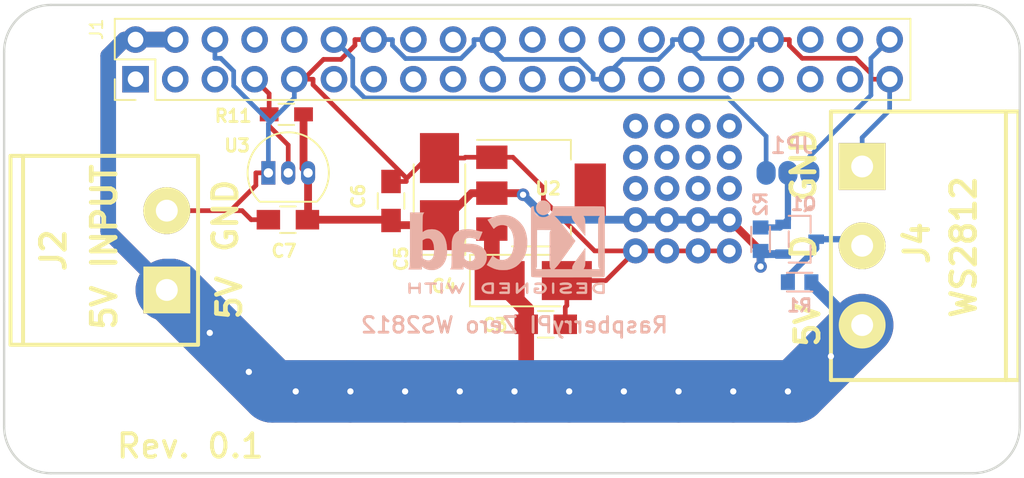
<source format=kicad_pcb>
(kicad_pcb (version 20171130) (host pcbnew "(5.1.12)-1")

  (general
    (thickness 1.6)
    (drawings 19)
    (tracks 212)
    (zones 0)
    (modules 40)
    (nets 9)
  )

  (page A3)
  (layers
    (0 F.Cu signal)
    (31 B.Cu signal)
    (32 B.Adhes user)
    (33 F.Adhes user)
    (34 B.Paste user)
    (35 F.Paste user)
    (36 B.SilkS user)
    (37 F.SilkS user)
    (38 B.Mask user)
    (39 F.Mask user)
    (40 Dwgs.User user)
    (41 Cmts.User user)
    (42 Eco1.User user)
    (43 Eco2.User user)
    (44 Edge.Cuts user)
  )

  (setup
    (last_trace_width 0.3)
    (user_trace_width 0.6)
    (trace_clearance 0.2)
    (zone_clearance 0.55)
    (zone_45_only no)
    (trace_min 0.2)
    (via_size 0.8)
    (via_drill 0.4)
    (via_min_size 0.3)
    (via_min_drill 0.3)
    (uvia_size 0.6)
    (uvia_drill 0.2)
    (uvias_allowed no)
    (uvia_min_size 0.508)
    (uvia_min_drill 0.127)
    (edge_width 0.15)
    (segment_width 0.2)
    (pcb_text_width 0.3)
    (pcb_text_size 1 1)
    (mod_edge_width 0.15)
    (mod_text_size 0.8 0.8)
    (mod_text_width 0.12)
    (pad_size 1.6 1.6)
    (pad_drill 0.8)
    (pad_to_mask_clearance 0)
    (aux_axis_origin 117.8687 84.2645)
    (grid_origin 117.91188 84.25942)
    (visible_elements 7FFFFFFF)
    (pcbplotparams
      (layerselection 0x010f8_ffffffff)
      (usegerberextensions true)
      (usegerberattributes false)
      (usegerberadvancedattributes false)
      (creategerberjobfile false)
      (excludeedgelayer true)
      (linewidth 0.150000)
      (plotframeref false)
      (viasonmask false)
      (mode 1)
      (useauxorigin false)
      (hpglpennumber 1)
      (hpglpenspeed 20)
      (hpglpendiameter 15.000000)
      (psnegative false)
      (psa4output false)
      (plotreference true)
      (plotvalue true)
      (plotinvisibletext false)
      (padsonsilk false)
      (subtractmaskfromsilk true)
      (outputformat 1)
      (mirror false)
      (drillshape 0)
      (scaleselection 1)
      (outputdirectory "gerber/"))
  )

  (net 0 "")
  (net 1 GND)
  (net 2 +3V3)
  (net 3 +5V)
  (net 4 /WS2812_PCM)
  (net 5 /WS2812_PWM)
  (net 6 /WS2812_DOUT)
  (net 7 /WS2812_DIN)
  (net 8 /TEMP_SENS)

  (net_class Default "This is the default net class."
    (clearance 0.2)
    (trace_width 0.3)
    (via_dia 0.8)
    (via_drill 0.4)
    (uvia_dia 0.6)
    (uvia_drill 0.2)
    (diff_pair_width 0.3)
    (diff_pair_gap 0.2)
    (add_net +3V3)
    (add_net +5V)
    (add_net /TEMP_SENS)
    (add_net /WS2812_DIN)
    (add_net /WS2812_DOUT)
    (add_net /WS2812_PCM)
    (add_net /WS2812_PWM)
    (add_net GND)
  )

  (module myfootprints:1pin locked (layer F.Cu) (tedit 5B6AF301) (tstamp 5B6AF37B)
    (at 155.912 95.2594 90)
    (descr "module 1 pin (ou trou mecanique de percage)")
    (tags DEV)
    (fp_text reference REF**_24 (at 0 -3.048 90) (layer F.SilkS) hide
      (effects (font (size 1 1) (thickness 0.15)))
    )
    (fp_text value 1pin (at 0 2.794 90) (layer F.Fab) hide
      (effects (font (size 1 1) (thickness 0.15)))
    )
    (pad "" thru_hole circle (at 0 0 90) (size 1.6 1.6) (drill 0.8) (layers *.Cu *.Mask)
      (net 1 GND) (zone_connect 2))
  )

  (module myfootprints:1pin locked (layer F.Cu) (tedit 5B6AF2F6) (tstamp 5B6AF377)
    (at 149.912 95.2594 90)
    (descr "module 1 pin (ou trou mecanique de percage)")
    (tags DEV)
    (fp_text reference REF**_23 (at 0 -3.048 90) (layer F.SilkS) hide
      (effects (font (size 1 1) (thickness 0.15)))
    )
    (fp_text value 1pin (at 0 2.794 90) (layer F.Fab) hide
      (effects (font (size 1 1) (thickness 0.15)))
    )
    (pad "" thru_hole circle (at 0 0 90) (size 1.6 1.6) (drill 0.8) (layers *.Cu *.Mask)
      (net 1 GND) (zone_connect 2))
  )

  (module myfootprints:1pin locked (layer F.Cu) (tedit 5B6AF2FA) (tstamp 5B6AF373)
    (at 151.912 95.2594 90)
    (descr "module 1 pin (ou trou mecanique de percage)")
    (tags DEV)
    (fp_text reference REF**_22 (at 0 -3.048 90) (layer F.SilkS) hide
      (effects (font (size 1 1) (thickness 0.15)))
    )
    (fp_text value 1pin (at 0 2.794 90) (layer F.Fab) hide
      (effects (font (size 1 1) (thickness 0.15)))
    )
    (pad "" thru_hole circle (at 0 0 90) (size 1.6 1.6) (drill 0.8) (layers *.Cu *.Mask)
      (net 1 GND) (zone_connect 2))
  )

  (module myfootprints:1pin locked (layer F.Cu) (tedit 5B6AF2FD) (tstamp 5B6AF36F)
    (at 153.912 95.2594 90)
    (descr "module 1 pin (ou trou mecanique de percage)")
    (tags DEV)
    (fp_text reference REF**_21 (at 0 -3.048 90) (layer F.SilkS) hide
      (effects (font (size 1 1) (thickness 0.15)))
    )
    (fp_text value 1pin (at 0 2.794 90) (layer F.Fab) hide
      (effects (font (size 1 1) (thickness 0.15)))
    )
    (pad "" thru_hole circle (at 0 0 90) (size 1.6 1.6) (drill 0.8) (layers *.Cu *.Mask)
      (net 1 GND) (zone_connect 2))
  )

  (module w_smd_resistors:r_0603 (layer B.Cu) (tedit 5B6AE995) (tstamp 5B6AEE1B)
    (at 160.41 97.2594)
    (descr "SMT resistor, 0603")
    (path /5B6AEA93)
    (fp_text reference R1 (at -0.00184 1.5) (layer B.SilkS)
      (effects (font (size 0.8 0.8) (thickness 0.18)) (justify mirror))
    )
    (fp_text value 10K (at 0 -0.6096) (layer B.SilkS) hide
      (effects (font (size 0.20066 0.20066) (thickness 0.04064)) (justify mirror))
    )
    (fp_line (start 0.8128 -0.6) (end -0.8128 -0.6) (layer B.SilkS) (width 0.127))
    (fp_line (start -0.8128 0.6) (end 0.8128 0.6) (layer B.SilkS) (width 0.127))
    (pad 1 smd rect (at 0.75184 0) (size 0.89916 1.00076) (layers B.Cu B.Paste B.Mask)
      (net 3 +5V))
    (pad 2 smd rect (at -0.75184 0) (size 0.89916 1.00076) (layers B.Cu B.Paste B.Mask)
      (net 6 /WS2812_DOUT))
    (model ${KIPRJMOD}/shapes3D/R_0603.stp
      (at (xyz 0 0 0))
      (scale (xyz 1 1 1))
      (rotate (xyz 0 0 0))
    )
  )

  (module w_smd_resistors:r_0603 (layer B.Cu) (tedit 5B6AE97F) (tstamp 5B6AEE96)
    (at 157.912 94.5094 90)
    (descr "SMT resistor, 0603")
    (path /5B6AEFE8)
    (fp_text reference R2 (at 2.25 0 90) (layer B.SilkS)
      (effects (font (size 0.8 0.8) (thickness 0.18)) (justify mirror))
    )
    (fp_text value 10K (at 0 -0.6096 90) (layer B.SilkS) hide
      (effects (font (size 0.20066 0.20066) (thickness 0.04064)) (justify mirror))
    )
    (fp_line (start 0.8 -0.6) (end -0.8256 -0.6) (layer B.SilkS) (width 0.127))
    (fp_line (start -0.8128 0.6) (end 0.8128 0.6) (layer B.SilkS) (width 0.127))
    (pad 1 smd rect (at 0.75184 0 90) (size 0.89916 1.00076) (layers B.Cu B.Paste B.Mask)
      (net 7 /WS2812_DIN))
    (pad 2 smd rect (at -0.75184 0 90) (size 0.89916 1.00076) (layers B.Cu B.Paste B.Mask)
      (net 2 +3V3))
    (model ${KIPRJMOD}/shapes3D/R_0603.stp
      (at (xyz 0 0 0))
      (scale (xyz 1 1 1))
      (rotate (xyz 0 0 0))
    )
  )

  (module w_smd_trans:sot23 (layer B.Cu) (tedit 5B6AE962) (tstamp 5B6AEB91)
    (at 160.412 94.5094 90)
    (descr SOT23)
    (path /5B6B5086)
    (fp_text reference Q1 (at 2.25 0.25 180) (layer B.SilkS)
      (effects (font (size 0.8 0.8) (thickness 0.18)) (justify mirror))
    )
    (fp_text value BSS138 (at 0 -0.3302 90) (layer B.SilkS) hide
      (effects (font (size 0.50038 0.50038) (thickness 0.09906)) (justify mirror))
    )
    (fp_line (start -0.498601 -0.7) (end 0.5 -0.7) (layer B.SilkS) (width 0.127))
    (fp_line (start 0.401399 0.7) (end 1.5 0.7) (layer B.SilkS) (width 0.127))
    (fp_line (start -1.4986 -0.6985) (end -1.4986 0.6985) (layer B.SilkS) (width 0.127))
    (fp_line (start 1.4986 0.6985) (end 1.4986 -0.6985) (layer B.SilkS) (width 0.127))
    (fp_line (start -1.4986 0.6985) (end -0.399999 0.6985) (layer B.SilkS) (width 0.127))
    (pad 1 smd rect (at -0.9525 -1.05664 90) (size 0.59944 1.00076) (layers B.Cu B.Paste B.Mask)
      (net 2 +3V3))
    (pad 2 smd rect (at 0 1.05664 90) (size 0.59944 1.00076) (layers B.Cu B.Paste B.Mask)
      (net 6 /WS2812_DOUT))
    (pad 3 smd rect (at 0.9525 -1.05664 90) (size 0.59944 1.00076) (layers B.Cu B.Paste B.Mask)
      (net 7 /WS2812_DIN))
    (model ${KIPRJMOD}/shapes3D/SOT23-3.stp
      (at (xyz 0 0 0))
      (scale (xyz 1 1 1))
      (rotate (xyz 0 0 -90))
    )
  )

  (module myfootprints:1pin locked (layer F.Cu) (tedit 5B6AE1D6) (tstamp 5B6AE64B)
    (at 155.912 87.2594 90)
    (descr "module 1 pin (ou trou mecanique de percage)")
    (tags DEV)
    (fp_text reference REF**_20 (at 0 -3.048 90) (layer F.SilkS) hide
      (effects (font (size 1 1) (thickness 0.15)))
    )
    (fp_text value 1pin (at 0 2.794 90) (layer F.Fab) hide
      (effects (font (size 1 1) (thickness 0.15)))
    )
    (pad "" thru_hole circle (at 0 0 90) (size 1.6 1.6) (drill 0.8) (layers *.Cu *.Mask)
      (zone_connect 2))
  )

  (module myfootprints:1pin locked (layer F.Cu) (tedit 5B6AE1D6) (tstamp 5B6AE647)
    (at 155.912 89.2594 90)
    (descr "module 1 pin (ou trou mecanique de percage)")
    (tags DEV)
    (fp_text reference REF**_19 (at 0 -3.048 90) (layer F.SilkS) hide
      (effects (font (size 1 1) (thickness 0.15)))
    )
    (fp_text value 1pin (at 0 2.794 90) (layer F.Fab) hide
      (effects (font (size 1 1) (thickness 0.15)))
    )
    (pad "" thru_hole circle (at 0 0 90) (size 1.6 1.6) (drill 0.8) (layers *.Cu *.Mask)
      (zone_connect 2))
  )

  (module myfootprints:1pin locked (layer F.Cu) (tedit 5B6AE1D6) (tstamp 5B6AE643)
    (at 155.912 91.2594 90)
    (descr "module 1 pin (ou trou mecanique de percage)")
    (tags DEV)
    (fp_text reference REF**_18 (at 0 -3.048 90) (layer F.SilkS) hide
      (effects (font (size 1 1) (thickness 0.15)))
    )
    (fp_text value 1pin (at 0 2.794 90) (layer F.Fab) hide
      (effects (font (size 1 1) (thickness 0.15)))
    )
    (pad "" thru_hole circle (at 0 0 90) (size 1.6 1.6) (drill 0.8) (layers *.Cu *.Mask)
      (zone_connect 2))
  )

  (module myfootprints:1pin locked (layer F.Cu) (tedit 5B6AF218) (tstamp 5B6AE63F)
    (at 155.912 93.2594 90)
    (descr "module 1 pin (ou trou mecanique de percage)")
    (tags DEV)
    (fp_text reference REF**_17 (at 0 -3.048 90) (layer F.SilkS) hide
      (effects (font (size 1 1) (thickness 0.15)))
    )
    (fp_text value 1pin (at 0 2.794 90) (layer F.Fab) hide
      (effects (font (size 1 1) (thickness 0.15)))
    )
    (pad "" thru_hole circle (at 0 0 90) (size 1.6 1.6) (drill 0.8) (layers *.Cu *.Mask)
      (net 2 +3V3) (zone_connect 2))
  )

  (module myfootprints:1pin locked (layer F.Cu) (tedit 5B6AE1D6) (tstamp 5B6AE637)
    (at 153.912 87.2594 90)
    (descr "module 1 pin (ou trou mecanique de percage)")
    (tags DEV)
    (fp_text reference REF**_16 (at 0 -3.048 90) (layer F.SilkS) hide
      (effects (font (size 1 1) (thickness 0.15)))
    )
    (fp_text value 1pin (at 0 2.794 90) (layer F.Fab) hide
      (effects (font (size 1 1) (thickness 0.15)))
    )
    (pad "" thru_hole circle (at 0 0 90) (size 1.6 1.6) (drill 0.8) (layers *.Cu *.Mask)
      (zone_connect 2))
  )

  (module myfootprints:1pin locked (layer F.Cu) (tedit 5B6AE1D6) (tstamp 5B6AE633)
    (at 153.912 89.2594 90)
    (descr "module 1 pin (ou trou mecanique de percage)")
    (tags DEV)
    (fp_text reference REF**_15 (at 0 -3.048 90) (layer F.SilkS) hide
      (effects (font (size 1 1) (thickness 0.15)))
    )
    (fp_text value 1pin (at 0 2.794 90) (layer F.Fab) hide
      (effects (font (size 1 1) (thickness 0.15)))
    )
    (pad "" thru_hole circle (at 0 0 90) (size 1.6 1.6) (drill 0.8) (layers *.Cu *.Mask)
      (zone_connect 2))
  )

  (module myfootprints:1pin locked (layer F.Cu) (tedit 5B6AE1D6) (tstamp 5B6AE62F)
    (at 153.912 91.2594 90)
    (descr "module 1 pin (ou trou mecanique de percage)")
    (tags DEV)
    (fp_text reference REF**_14 (at 0 -3.048 90) (layer F.SilkS) hide
      (effects (font (size 1 1) (thickness 0.15)))
    )
    (fp_text value 1pin (at 0 2.794 90) (layer F.Fab) hide
      (effects (font (size 1 1) (thickness 0.15)))
    )
    (pad "" thru_hole circle (at 0 0 90) (size 1.6 1.6) (drill 0.8) (layers *.Cu *.Mask)
      (zone_connect 2))
  )

  (module myfootprints:1pin locked (layer F.Cu) (tedit 5B6AF214) (tstamp 5B6AE62B)
    (at 153.912 93.2594 90)
    (descr "module 1 pin (ou trou mecanique de percage)")
    (tags DEV)
    (fp_text reference REF**_13 (at 0 -3.048 90) (layer F.SilkS) hide
      (effects (font (size 1 1) (thickness 0.15)))
    )
    (fp_text value 1pin (at 0 2.794 90) (layer F.Fab) hide
      (effects (font (size 1 1) (thickness 0.15)))
    )
    (pad "" thru_hole circle (at 0 0 90) (size 1.6 1.6) (drill 0.8) (layers *.Cu *.Mask)
      (net 2 +3V3) (zone_connect 2))
  )

  (module myfootprints:1pin locked (layer F.Cu) (tedit 5B6AE1D6) (tstamp 5B6AE623)
    (at 151.912 87.2594 90)
    (descr "module 1 pin (ou trou mecanique de percage)")
    (tags DEV)
    (fp_text reference REF**_12 (at 0 -3.048 90) (layer F.SilkS) hide
      (effects (font (size 1 1) (thickness 0.15)))
    )
    (fp_text value 1pin (at 0 2.794 90) (layer F.Fab) hide
      (effects (font (size 1 1) (thickness 0.15)))
    )
    (pad "" thru_hole circle (at 0 0 90) (size 1.6 1.6) (drill 0.8) (layers *.Cu *.Mask)
      (zone_connect 2))
  )

  (module myfootprints:1pin locked (layer F.Cu) (tedit 5B6AE1D6) (tstamp 5B6AE61F)
    (at 151.912 89.2594 90)
    (descr "module 1 pin (ou trou mecanique de percage)")
    (tags DEV)
    (fp_text reference REF**_11 (at 0 -3.048 90) (layer F.SilkS) hide
      (effects (font (size 1 1) (thickness 0.15)))
    )
    (fp_text value 1pin (at 0 2.794 90) (layer F.Fab) hide
      (effects (font (size 1 1) (thickness 0.15)))
    )
    (pad "" thru_hole circle (at 0 0 90) (size 1.6 1.6) (drill 0.8) (layers *.Cu *.Mask)
      (zone_connect 2))
  )

  (module myfootprints:1pin locked (layer F.Cu) (tedit 5B6AE1D6) (tstamp 5B6AE61B)
    (at 151.912 91.2594 90)
    (descr "module 1 pin (ou trou mecanique de percage)")
    (tags DEV)
    (fp_text reference REF**_10 (at 0 -3.048 90) (layer F.SilkS) hide
      (effects (font (size 1 1) (thickness 0.15)))
    )
    (fp_text value 1pin (at 0 2.794 90) (layer F.Fab) hide
      (effects (font (size 1 1) (thickness 0.15)))
    )
    (pad "" thru_hole circle (at 0 0 90) (size 1.6 1.6) (drill 0.8) (layers *.Cu *.Mask)
      (zone_connect 2))
  )

  (module myfootprints:1pin locked (layer F.Cu) (tedit 5B6AF203) (tstamp 5B6AE617)
    (at 151.912 93.2594 90)
    (descr "module 1 pin (ou trou mecanique de percage)")
    (tags DEV)
    (fp_text reference REF**_9 (at 0 -3.048 90) (layer F.SilkS) hide
      (effects (font (size 1 1) (thickness 0.15)))
    )
    (fp_text value 1pin (at 0 2.794 90) (layer F.Fab) hide
      (effects (font (size 1 1) (thickness 0.15)))
    )
    (pad "" thru_hole circle (at 0 0 90) (size 1.6 1.6) (drill 0.8) (layers *.Cu *.Mask)
      (net 2 +3V3) (zone_connect 2))
  )

  (module myfootprints:1pin locked (layer F.Cu) (tedit 5B6AE1D6) (tstamp 5B6AE60F)
    (at 149.912 87.2594 90)
    (descr "module 1 pin (ou trou mecanique de percage)")
    (tags DEV)
    (fp_text reference REF**_8 (at 0 -3.048 90) (layer F.SilkS) hide
      (effects (font (size 1 1) (thickness 0.15)))
    )
    (fp_text value 1pin (at 0 2.794 90) (layer F.Fab) hide
      (effects (font (size 1 1) (thickness 0.15)))
    )
    (pad "" thru_hole circle (at 0 0 90) (size 1.6 1.6) (drill 0.8) (layers *.Cu *.Mask)
      (zone_connect 2))
  )

  (module myfootprints:1pin locked (layer F.Cu) (tedit 5B6AE1D6) (tstamp 5B6AE60B)
    (at 149.912 89.2594 90)
    (descr "module 1 pin (ou trou mecanique de percage)")
    (tags DEV)
    (fp_text reference REF**_7 (at 0 -3.048 90) (layer F.SilkS) hide
      (effects (font (size 1 1) (thickness 0.15)))
    )
    (fp_text value 1pin (at 0 2.794 90) (layer F.Fab) hide
      (effects (font (size 1 1) (thickness 0.15)))
    )
    (pad "" thru_hole circle (at 0 0 90) (size 1.6 1.6) (drill 0.8) (layers *.Cu *.Mask)
      (zone_connect 2))
  )

  (module myfootprints:1pin locked (layer F.Cu) (tedit 5B6AE1D6) (tstamp 5B6AE607)
    (at 149.912 91.2594 90)
    (descr "module 1 pin (ou trou mecanique de percage)")
    (tags DEV)
    (fp_text reference REF**_6 (at 0 -3.048 90) (layer F.SilkS) hide
      (effects (font (size 1 1) (thickness 0.15)))
    )
    (fp_text value 1pin (at 0 2.794 90) (layer F.Fab) hide
      (effects (font (size 1 1) (thickness 0.15)))
    )
    (pad "" thru_hole circle (at 0 0 90) (size 1.6 1.6) (drill 0.8) (layers *.Cu *.Mask)
      (zone_connect 2))
  )

  (module myfootprints:1pin locked (layer F.Cu) (tedit 5B6AF1F6) (tstamp 5B6CC60F)
    (at 149.912 93.2594 90)
    (descr "module 1 pin (ou trou mecanique de percage)")
    (tags DEV)
    (fp_text reference REF**_5 (at 0 -3.048 90) (layer F.SilkS) hide
      (effects (font (size 1 1) (thickness 0.15)))
    )
    (fp_text value 1pin (at 0 2.794 90) (layer F.Fab) hide
      (effects (font (size 1 1) (thickness 0.15)))
    )
    (pad "" thru_hole circle (at 0 0 90) (size 1.6 1.6) (drill 0.8) (layers *.Cu *.Mask)
      (net 2 +3V3) (zone_connect 2))
  )

  (module Symbols:KiCad-Logo2_6mm_SilkScreen locked (layer B.Cu) (tedit 0) (tstamp 59DE785F)
    (at 141.66188 95.00942 180)
    (descr "KiCad Logo")
    (tags "Logo KiCad")
    (attr virtual)
    (fp_text reference REF*** (at 0 0 180) (layer B.SilkS) hide
      (effects (font (size 0.8 0.8) (thickness 0.12)) (justify mirror))
    )
    (fp_text value KiCad-Logo2_6mm_SilkScreen (at 0.75 0 180) (layer B.Fab) hide
      (effects (font (size 0.8 0.8) (thickness 0.12)) (justify mirror))
    )
    (fp_poly (pts (xy -2.273043 2.973429) (xy -2.176768 2.949191) (xy -2.090184 2.906359) (xy -2.015373 2.846581)
      (xy -1.954418 2.771506) (xy -1.909399 2.68278) (xy -1.883136 2.58647) (xy -1.877286 2.489205)
      (xy -1.89214 2.395346) (xy -1.92584 2.307489) (xy -1.976528 2.22823) (xy -2.042345 2.160164)
      (xy -2.121434 2.105888) (xy -2.211934 2.067998) (xy -2.2632 2.055574) (xy -2.307698 2.048053)
      (xy -2.341999 2.045081) (xy -2.37496 2.046906) (xy -2.415434 2.053775) (xy -2.448531 2.06075)
      (xy -2.541947 2.092259) (xy -2.625619 2.143383) (xy -2.697665 2.212571) (xy -2.7562 2.298272)
      (xy -2.770148 2.325511) (xy -2.786586 2.361878) (xy -2.796894 2.392418) (xy -2.80246 2.42455)
      (xy -2.804669 2.465693) (xy -2.804948 2.511778) (xy -2.800861 2.596135) (xy -2.787446 2.665414)
      (xy -2.762256 2.726039) (xy -2.722846 2.784433) (xy -2.684298 2.828698) (xy -2.612406 2.894516)
      (xy -2.537313 2.939947) (xy -2.454562 2.96715) (xy -2.376928 2.977424) (xy -2.273043 2.973429)) (layer B.SilkS) (width 0.01))
    (fp_poly (pts (xy 6.186507 0.527755) (xy 6.186526 0.293338) (xy 6.186552 0.080397) (xy 6.186625 -0.112168)
      (xy 6.186782 -0.285459) (xy 6.187064 -0.440576) (xy 6.187509 -0.57862) (xy 6.188156 -0.700692)
      (xy 6.189045 -0.807894) (xy 6.190213 -0.901326) (xy 6.191701 -0.98209) (xy 6.193546 -1.051286)
      (xy 6.195789 -1.110015) (xy 6.198469 -1.159379) (xy 6.201623 -1.200478) (xy 6.205292 -1.234413)
      (xy 6.209513 -1.262286) (xy 6.214327 -1.285198) (xy 6.219773 -1.304249) (xy 6.225888 -1.32054)
      (xy 6.232712 -1.335173) (xy 6.240285 -1.349249) (xy 6.248645 -1.363868) (xy 6.253839 -1.372974)
      (xy 6.288104 -1.433689) (xy 5.429955 -1.433689) (xy 5.429955 -1.337733) (xy 5.429224 -1.29437)
      (xy 5.427272 -1.261205) (xy 5.424463 -1.243424) (xy 5.423221 -1.241778) (xy 5.411799 -1.248662)
      (xy 5.389084 -1.266505) (xy 5.366385 -1.285879) (xy 5.3118 -1.326614) (xy 5.242321 -1.367617)
      (xy 5.16527 -1.405123) (xy 5.087965 -1.435364) (xy 5.057113 -1.445012) (xy 4.988616 -1.459578)
      (xy 4.905764 -1.469539) (xy 4.816371 -1.474583) (xy 4.728248 -1.474396) (xy 4.649207 -1.468666)
      (xy 4.611511 -1.462858) (xy 4.473414 -1.424797) (xy 4.346113 -1.367073) (xy 4.230292 -1.290211)
      (xy 4.126637 -1.194739) (xy 4.035833 -1.081179) (xy 3.969031 -0.970381) (xy 3.914164 -0.853625)
      (xy 3.872163 -0.734276) (xy 3.842167 -0.608283) (xy 3.823311 -0.471594) (xy 3.814732 -0.320158)
      (xy 3.814006 -0.242711) (xy 3.8161 -0.185934) (xy 4.645217 -0.185934) (xy 4.645424 -0.279002)
      (xy 4.648337 -0.366692) (xy 4.654 -0.443772) (xy 4.662455 -0.505009) (xy 4.665038 -0.51735)
      (xy 4.69684 -0.624633) (xy 4.738498 -0.711658) (xy 4.790363 -0.778642) (xy 4.852781 -0.825805)
      (xy 4.9261 -0.853365) (xy 5.010669 -0.861541) (xy 5.106835 -0.850551) (xy 5.170311 -0.834829)
      (xy 5.219454 -0.816639) (xy 5.273583 -0.790791) (xy 5.314244 -0.767089) (xy 5.3848 -0.720721)
      (xy 5.3848 0.42947) (xy 5.317392 0.473038) (xy 5.238867 0.51396) (xy 5.154681 0.540611)
      (xy 5.069557 0.552535) (xy 4.988216 0.549278) (xy 4.91538 0.530385) (xy 4.883426 0.514816)
      (xy 4.825501 0.471819) (xy 4.776544 0.415047) (xy 4.73539 0.342425) (xy 4.700874 0.251879)
      (xy 4.671833 0.141334) (xy 4.670552 0.135467) (xy 4.660381 0.073212) (xy 4.652739 -0.004594)
      (xy 4.64767 -0.09272) (xy 4.645217 -0.185934) (xy 3.8161 -0.185934) (xy 3.821857 -0.029895)
      (xy 3.843802 0.165941) (xy 3.879786 0.344668) (xy 3.929759 0.506155) (xy 3.993668 0.650274)
      (xy 4.071462 0.776894) (xy 4.163089 0.885885) (xy 4.268497 0.977117) (xy 4.313662 1.008068)
      (xy 4.414611 1.064215) (xy 4.517901 1.103826) (xy 4.627989 1.127986) (xy 4.74933 1.137781)
      (xy 4.841836 1.136735) (xy 4.97149 1.125769) (xy 5.084084 1.103954) (xy 5.182875 1.070286)
      (xy 5.271121 1.023764) (xy 5.319986 0.989552) (xy 5.349353 0.967638) (xy 5.371043 0.952667)
      (xy 5.379253 0.948267) (xy 5.380868 0.959096) (xy 5.382159 0.989749) (xy 5.383138 1.037474)
      (xy 5.383817 1.099521) (xy 5.38421 1.173138) (xy 5.38433 1.255573) (xy 5.384188 1.344075)
      (xy 5.383797 1.435893) (xy 5.383171 1.528276) (xy 5.38232 1.618472) (xy 5.38126 1.703729)
      (xy 5.380001 1.781297) (xy 5.378556 1.848424) (xy 5.376938 1.902359) (xy 5.375161 1.94035)
      (xy 5.374669 1.947333) (xy 5.367092 2.017749) (xy 5.355531 2.072898) (xy 5.337792 2.120019)
      (xy 5.311682 2.166353) (xy 5.305415 2.175933) (xy 5.280983 2.212622) (xy 6.186311 2.212622)
      (xy 6.186507 0.527755)) (layer B.SilkS) (width 0.01))
    (fp_poly (pts (xy 2.673574 1.133448) (xy 2.825492 1.113433) (xy 2.960756 1.079798) (xy 3.080239 1.032275)
      (xy 3.184815 0.970595) (xy 3.262424 0.907035) (xy 3.331265 0.832901) (xy 3.385006 0.753129)
      (xy 3.42791 0.660909) (xy 3.443384 0.617839) (xy 3.456244 0.578858) (xy 3.467446 0.542711)
      (xy 3.47712 0.507566) (xy 3.485396 0.47159) (xy 3.492403 0.43295) (xy 3.498272 0.389815)
      (xy 3.503131 0.340351) (xy 3.50711 0.282727) (xy 3.51034 0.215109) (xy 3.512949 0.135666)
      (xy 3.515067 0.042564) (xy 3.516824 -0.066027) (xy 3.518349 -0.191942) (xy 3.519772 -0.337012)
      (xy 3.521025 -0.479778) (xy 3.522351 -0.635968) (xy 3.523556 -0.771239) (xy 3.524766 -0.887246)
      (xy 3.526106 -0.985645) (xy 3.5277 -1.068093) (xy 3.529675 -1.136246) (xy 3.532156 -1.19176)
      (xy 3.535269 -1.236292) (xy 3.539138 -1.271498) (xy 3.543889 -1.299034) (xy 3.549648 -1.320556)
      (xy 3.556539 -1.337722) (xy 3.564689 -1.352186) (xy 3.574223 -1.365606) (xy 3.585266 -1.379638)
      (xy 3.589566 -1.385071) (xy 3.605386 -1.40791) (xy 3.612422 -1.423463) (xy 3.612444 -1.423922)
      (xy 3.601567 -1.426121) (xy 3.570582 -1.428147) (xy 3.521957 -1.429942) (xy 3.458163 -1.431451)
      (xy 3.381669 -1.432616) (xy 3.294944 -1.43338) (xy 3.200457 -1.433686) (xy 3.18955 -1.433689)
      (xy 2.766657 -1.433689) (xy 2.763395 -1.337622) (xy 2.760133 -1.241556) (xy 2.698044 -1.292543)
      (xy 2.600714 -1.360057) (xy 2.490813 -1.414749) (xy 2.404349 -1.444978) (xy 2.335278 -1.459666)
      (xy 2.251925 -1.469659) (xy 2.162159 -1.474646) (xy 2.073845 -1.474313) (xy 1.994851 -1.468351)
      (xy 1.958622 -1.462638) (xy 1.818603 -1.424776) (xy 1.692178 -1.369932) (xy 1.58026 -1.298924)
      (xy 1.483762 -1.212568) (xy 1.4036 -1.111679) (xy 1.340687 -0.997076) (xy 1.296312 -0.870984)
      (xy 1.283978 -0.814401) (xy 1.276368 -0.752202) (xy 1.272739 -0.677363) (xy 1.272245 -0.643467)
      (xy 1.27231 -0.640282) (xy 2.032248 -0.640282) (xy 2.041541 -0.715333) (xy 2.069728 -0.77916)
      (xy 2.118197 -0.834798) (xy 2.123254 -0.839211) (xy 2.171548 -0.874037) (xy 2.223257 -0.89662)
      (xy 2.283989 -0.90854) (xy 2.359352 -0.911383) (xy 2.377459 -0.910978) (xy 2.431278 -0.908325)
      (xy 2.471308 -0.902909) (xy 2.506324 -0.892745) (xy 2.545103 -0.87585) (xy 2.555745 -0.870672)
      (xy 2.616396 -0.834844) (xy 2.663215 -0.792212) (xy 2.675952 -0.776973) (xy 2.720622 -0.720462)
      (xy 2.720622 -0.524586) (xy 2.720086 -0.445939) (xy 2.718396 -0.387988) (xy 2.715428 -0.348875)
      (xy 2.711057 -0.326741) (xy 2.706972 -0.320274) (xy 2.691047 -0.317111) (xy 2.657264 -0.314488)
      (xy 2.61034 -0.312655) (xy 2.554993 -0.311857) (xy 2.546106 -0.311842) (xy 2.42533 -0.317096)
      (xy 2.32266 -0.333263) (xy 2.236106 -0.360961) (xy 2.163681 -0.400808) (xy 2.108751 -0.447758)
      (xy 2.064204 -0.505645) (xy 2.03948 -0.568693) (xy 2.032248 -0.640282) (xy 1.27231 -0.640282)
      (xy 1.274178 -0.549712) (xy 1.282522 -0.470812) (xy 1.298768 -0.39959) (xy 1.324405 -0.328864)
      (xy 1.348401 -0.276493) (xy 1.40702 -0.181196) (xy 1.485117 -0.09317) (xy 1.580315 -0.014017)
      (xy 1.690238 0.05466) (xy 1.81251 0.111259) (xy 1.944755 0.154179) (xy 2.009422 0.169118)
      (xy 2.145604 0.191223) (xy 2.294049 0.205806) (xy 2.445505 0.212187) (xy 2.572064 0.210555)
      (xy 2.73395 0.203776) (xy 2.72653 0.262755) (xy 2.707238 0.361908) (xy 2.676104 0.442628)
      (xy 2.632269 0.505534) (xy 2.574871 0.551244) (xy 2.503048 0.580378) (xy 2.415941 0.593553)
      (xy 2.312686 0.591389) (xy 2.274711 0.587388) (xy 2.13352 0.56222) (xy 1.996707 0.521186)
      (xy 1.902178 0.483185) (xy 1.857018 0.46381) (xy 1.818585 0.44824) (xy 1.792234 0.438595)
      (xy 1.784546 0.436548) (xy 1.774802 0.445626) (xy 1.758083 0.474595) (xy 1.734232 0.523783)
      (xy 1.703093 0.593516) (xy 1.664507 0.684121) (xy 1.65791 0.699911) (xy 1.627853 0.772228)
      (xy 1.600874 0.837575) (xy 1.578136 0.893094) (xy 1.560806 0.935928) (xy 1.550048 0.963219)
      (xy 1.546941 0.972058) (xy 1.55694 0.976813) (xy 1.583217 0.98209) (xy 1.611489 0.985769)
      (xy 1.641646 0.990526) (xy 1.689433 0.999972) (xy 1.750612 1.01318) (xy 1.820946 1.029224)
      (xy 1.896194 1.04718) (xy 1.924755 1.054203) (xy 2.029816 1.079791) (xy 2.11748 1.099853)
      (xy 2.192068 1.115031) (xy 2.257903 1.125965) (xy 2.319307 1.133296) (xy 2.380602 1.137665)
      (xy 2.44611 1.139713) (xy 2.504128 1.140111) (xy 2.673574 1.133448)) (layer B.SilkS) (width 0.01))
    (fp_poly (pts (xy 0.328429 2.050929) (xy 0.48857 2.029755) (xy 0.65251 1.989615) (xy 0.822313 1.930111)
      (xy 1.000043 1.850846) (xy 1.01131 1.845301) (xy 1.069005 1.817275) (xy 1.120552 1.793198)
      (xy 1.162191 1.774751) (xy 1.190162 1.763614) (xy 1.199733 1.761067) (xy 1.21895 1.756059)
      (xy 1.223561 1.751853) (xy 1.218458 1.74142) (xy 1.202418 1.715132) (xy 1.177288 1.675743)
      (xy 1.144914 1.626009) (xy 1.107143 1.568685) (xy 1.065822 1.506524) (xy 1.022798 1.442282)
      (xy 0.979917 1.378715) (xy 0.939026 1.318575) (xy 0.901971 1.26462) (xy 0.8706 1.219603)
      (xy 0.846759 1.186279) (xy 0.832294 1.167403) (xy 0.830309 1.165213) (xy 0.820191 1.169862)
      (xy 0.79785 1.187038) (xy 0.76728 1.21356) (xy 0.751536 1.228036) (xy 0.655047 1.303318)
      (xy 0.548336 1.358759) (xy 0.432832 1.393859) (xy 0.309962 1.40812) (xy 0.240561 1.406949)
      (xy 0.119423 1.389788) (xy 0.010205 1.353906) (xy -0.087418 1.299041) (xy -0.173772 1.22493)
      (xy -0.249185 1.131312) (xy -0.313982 1.017924) (xy -0.351399 0.931333) (xy -0.395252 0.795634)
      (xy -0.427572 0.64815) (xy -0.448443 0.492686) (xy -0.457949 0.333044) (xy -0.456173 0.173027)
      (xy -0.443197 0.016439) (xy -0.419106 -0.132918) (xy -0.383982 -0.27124) (xy -0.337908 -0.394724)
      (xy -0.321627 -0.428978) (xy -0.25338 -0.543064) (xy -0.172921 -0.639557) (xy -0.08143 -0.71767)
      (xy 0.019911 -0.776617) (xy 0.12992 -0.815612) (xy 0.247415 -0.833868) (xy 0.288883 -0.835211)
      (xy 0.410441 -0.82429) (xy 0.530878 -0.791474) (xy 0.648666 -0.737439) (xy 0.762277 -0.662865)
      (xy 0.853685 -0.584539) (xy 0.900215 -0.540008) (xy 1.081483 -0.837271) (xy 1.12658 -0.911433)
      (xy 1.167819 -0.979646) (xy 1.203735 -1.039459) (xy 1.232866 -1.08842) (xy 1.25375 -1.124079)
      (xy 1.264924 -1.143984) (xy 1.266375 -1.147079) (xy 1.258146 -1.156718) (xy 1.232567 -1.173999)
      (xy 1.192873 -1.197283) (xy 1.142297 -1.224934) (xy 1.084074 -1.255315) (xy 1.021437 -1.28679)
      (xy 0.957621 -1.317722) (xy 0.89586 -1.346473) (xy 0.839388 -1.371408) (xy 0.791438 -1.390889)
      (xy 0.767986 -1.399318) (xy 0.634221 -1.437133) (xy 0.496327 -1.462136) (xy 0.348622 -1.47514)
      (xy 0.221833 -1.477468) (xy 0.153878 -1.476373) (xy 0.088277 -1.474275) (xy 0.030847 -1.471434)
      (xy -0.012597 -1.468106) (xy -0.026702 -1.466422) (xy -0.165716 -1.437587) (xy -0.307243 -1.392468)
      (xy -0.444725 -1.33375) (xy -0.571606 -1.26412) (xy -0.649111 -1.211441) (xy -0.776519 -1.103239)
      (xy -0.894822 -0.976671) (xy -1.001828 -0.834866) (xy -1.095348 -0.680951) (xy -1.17319 -0.518053)
      (xy -1.217044 -0.400756) (xy -1.267292 -0.217128) (xy -1.300791 -0.022581) (xy -1.317551 0.178675)
      (xy -1.317584 0.382432) (xy -1.300899 0.584479) (xy -1.267507 0.780608) (xy -1.21742 0.966609)
      (xy -1.213603 0.978197) (xy -1.150719 1.14025) (xy -1.073972 1.288168) (xy -0.980758 1.426135)
      (xy -0.868473 1.558339) (xy -0.824608 1.603601) (xy -0.688466 1.727543) (xy -0.548509 1.830085)
      (xy -0.402589 1.912344) (xy -0.248558 1.975436) (xy -0.084268 2.020477) (xy 0.011289 2.037967)
      (xy 0.170023 2.053534) (xy 0.328429 2.050929)) (layer B.SilkS) (width 0.01))
    (fp_poly (pts (xy -2.9464 2.510946) (xy -2.935535 2.397007) (xy -2.903918 2.289384) (xy -2.853015 2.190385)
      (xy -2.784293 2.102316) (xy -2.699219 2.027484) (xy -2.602232 1.969616) (xy -2.495964 1.929995)
      (xy -2.38895 1.911427) (xy -2.2833 1.912566) (xy -2.181125 1.93207) (xy -2.084534 1.968594)
      (xy -1.995638 2.020795) (xy -1.916546 2.087327) (xy -1.849369 2.166848) (xy -1.796217 2.258013)
      (xy -1.759199 2.359477) (xy -1.740427 2.469898) (xy -1.738489 2.519794) (xy -1.738489 2.607733)
      (xy -1.68656 2.607733) (xy -1.650253 2.604889) (xy -1.623355 2.593089) (xy -1.596249 2.569351)
      (xy -1.557867 2.530969) (xy -1.557867 0.339398) (xy -1.557876 0.077261) (xy -1.557908 -0.163241)
      (xy -1.557972 -0.383048) (xy -1.558076 -0.583101) (xy -1.558227 -0.764344) (xy -1.558434 -0.927716)
      (xy -1.558706 -1.07416) (xy -1.55905 -1.204617) (xy -1.559474 -1.320029) (xy -1.559987 -1.421338)
      (xy -1.560597 -1.509484) (xy -1.561312 -1.58541) (xy -1.56214 -1.650057) (xy -1.563089 -1.704367)
      (xy -1.564167 -1.74928) (xy -1.565383 -1.78574) (xy -1.566745 -1.814687) (xy -1.568261 -1.837063)
      (xy -1.569938 -1.853809) (xy -1.571786 -1.865868) (xy -1.573813 -1.87418) (xy -1.576025 -1.879687)
      (xy -1.577108 -1.881537) (xy -1.581271 -1.888549) (xy -1.584805 -1.894996) (xy -1.588635 -1.9009)
      (xy -1.593682 -1.906286) (xy -1.600871 -1.911178) (xy -1.611123 -1.915598) (xy -1.625364 -1.919572)
      (xy -1.644514 -1.923121) (xy -1.669499 -1.92627) (xy -1.70124 -1.929042) (xy -1.740662 -1.931461)
      (xy -1.788686 -1.933551) (xy -1.846237 -1.935335) (xy -1.914237 -1.936837) (xy -1.99361 -1.93808)
      (xy -2.085279 -1.939089) (xy -2.190166 -1.939885) (xy -2.309196 -1.940494) (xy -2.44329 -1.940939)
      (xy -2.593373 -1.941243) (xy -2.760367 -1.94143) (xy -2.945196 -1.941524) (xy -3.148783 -1.941548)
      (xy -3.37205 -1.941525) (xy -3.615922 -1.94148) (xy -3.881321 -1.941437) (xy -3.919704 -1.941432)
      (xy -4.186682 -1.941389) (xy -4.432002 -1.941318) (xy -4.656583 -1.941213) (xy -4.861345 -1.941066)
      (xy -5.047206 -1.940869) (xy -5.215088 -1.940616) (xy -5.365908 -1.9403) (xy -5.500587 -1.939913)
      (xy -5.620044 -1.939447) (xy -5.725199 -1.938897) (xy -5.816971 -1.938253) (xy -5.896279 -1.937511)
      (xy -5.964043 -1.936661) (xy -6.021182 -1.935697) (xy -6.068617 -1.934611) (xy -6.107266 -1.933397)
      (xy -6.138049 -1.932047) (xy -6.161885 -1.930555) (xy -6.179694 -1.928911) (xy -6.192395 -1.927111)
      (xy -6.200908 -1.925145) (xy -6.205266 -1.923477) (xy -6.213728 -1.919906) (xy -6.221497 -1.91727)
      (xy -6.228602 -1.914634) (xy -6.235073 -1.911062) (xy -6.240939 -1.905621) (xy -6.246229 -1.897375)
      (xy -6.250974 -1.88539) (xy -6.255202 -1.868731) (xy -6.258943 -1.846463) (xy -6.262227 -1.817652)
      (xy -6.265083 -1.781363) (xy -6.26754 -1.736661) (xy -6.269629 -1.682611) (xy -6.271378 -1.618279)
      (xy -6.272817 -1.54273) (xy -6.273976 -1.45503) (xy -6.274883 -1.354243) (xy -6.275569 -1.239434)
      (xy -6.276063 -1.10967) (xy -6.276395 -0.964015) (xy -6.276593 -0.801535) (xy -6.276687 -0.621295)
      (xy -6.276708 -0.42236) (xy -6.276685 -0.203796) (xy -6.276646 0.035332) (xy -6.276622 0.29596)
      (xy -6.276622 0.338111) (xy -6.276636 0.601008) (xy -6.276661 0.842268) (xy -6.276671 1.062835)
      (xy -6.276642 1.263648) (xy -6.276548 1.445651) (xy -6.276362 1.609784) (xy -6.276059 1.756989)
      (xy -6.275614 1.888208) (xy -6.275034 1.998133) (xy -5.972197 1.998133) (xy -5.932407 1.940289)
      (xy -5.921236 1.924521) (xy -5.911166 1.910559) (xy -5.902138 1.897216) (xy -5.894097 1.883307)
      (xy -5.886986 1.867644) (xy -5.880747 1.849042) (xy -5.875325 1.826314) (xy -5.870662 1.798273)
      (xy -5.866701 1.763733) (xy -5.863385 1.721508) (xy -5.860659 1.670411) (xy -5.858464 1.609256)
      (xy -5.856745 1.536856) (xy -5.855444 1.452025) (xy -5.854505 1.353578) (xy -5.85387 1.240326)
      (xy -5.853484 1.111084) (xy -5.853288 0.964666) (xy -5.853227 0.799884) (xy -5.853243 0.615553)
      (xy -5.85328 0.410487) (xy -5.853289 0.287867) (xy -5.853265 0.070918) (xy -5.853231 -0.124642)
      (xy -5.853243 -0.299999) (xy -5.853358 -0.456341) (xy -5.85363 -0.594857) (xy -5.854118 -0.716734)
      (xy -5.854876 -0.82316) (xy -5.855962 -0.915322) (xy -5.857431 -0.994409) (xy -5.85934 -1.061608)
      (xy -5.861744 -1.118107) (xy -5.864701 -1.165093) (xy -5.868266 -1.203755) (xy -5.872495 -1.23528)
      (xy -5.877446 -1.260855) (xy -5.883173 -1.28167) (xy -5.889733 -1.298911) (xy -5.897183 -1.313765)
      (xy -5.905579 -1.327422) (xy -5.914976 -1.341069) (xy -5.925432 -1.355893) (xy -5.931523 -1.364783)
      (xy -5.970296 -1.4224) (xy -5.438732 -1.4224) (xy -5.315483 -1.422365) (xy -5.212987 -1.422215)
      (xy -5.12942 -1.421878) (xy -5.062956 -1.421286) (xy -5.011771 -1.420367) (xy -4.974041 -1.419051)
      (xy -4.94794 -1.417269) (xy -4.931644 -1.414951) (xy -4.923328 -1.412026) (xy -4.921168 -1.408424)
      (xy -4.923339 -1.404075) (xy -4.924535 -1.402645) (xy -4.949685 -1.365573) (xy -4.975583 -1.312772)
      (xy -4.999192 -1.25077) (xy -5.007461 -1.224357) (xy -5.012078 -1.206416) (xy -5.015979 -1.185355)
      (xy -5.019248 -1.159089) (xy -5.021966 -1.125532) (xy -5.024215 -1.082599) (xy -5.026077 -1.028204)
      (xy -5.027636 -0.960262) (xy -5.028972 -0.876688) (xy -5.030169 -0.775395) (xy -5.031308 -0.6543)
      (xy -5.031685 -0.6096) (xy -5.032702 -0.484449) (xy -5.03346 -0.380082) (xy -5.033903 -0.294707)
      (xy -5.03397 -0.226533) (xy -5.033605 -0.173765) (xy -5.032748 -0.134614) (xy -5.031341 -0.107285)
      (xy -5.029325 -0.089986) (xy -5.026643 -0.080926) (xy -5.023236 -0.078312) (xy -5.019044 -0.080351)
      (xy -5.014571 -0.084667) (xy -5.004216 -0.097602) (xy -4.982158 -0.126676) (xy -4.949957 -0.169759)
      (xy -4.909174 -0.224718) (xy -4.86137 -0.289423) (xy -4.808105 -0.361742) (xy -4.75094 -0.439544)
      (xy -4.691437 -0.520698) (xy -4.631155 -0.603072) (xy -4.571655 -0.684536) (xy -4.514498 -0.762957)
      (xy -4.461245 -0.836204) (xy -4.413457 -0.902147) (xy -4.372693 -0.958654) (xy -4.340516 -1.003593)
      (xy -4.318485 -1.034834) (xy -4.313917 -1.041466) (xy -4.290996 -1.078369) (xy -4.264188 -1.126359)
      (xy -4.238789 -1.175897) (xy -4.235568 -1.182577) (xy -4.21389 -1.230772) (xy -4.201304 -1.268334)
      (xy -4.195574 -1.30416) (xy -4.194456 -1.3462) (xy -4.19509 -1.4224) (xy -3.040651 -1.4224)
      (xy -3.131815 -1.328669) (xy -3.178612 -1.278775) (xy -3.228899 -1.222295) (xy -3.274944 -1.168026)
      (xy -3.295369 -1.142673) (xy -3.325807 -1.103128) (xy -3.365862 -1.049916) (xy -3.414361 -0.984667)
      (xy -3.470135 -0.909011) (xy -3.532011 -0.824577) (xy -3.598819 -0.732994) (xy -3.669387 -0.635892)
      (xy -3.742545 -0.534901) (xy -3.817121 -0.43165) (xy -3.891944 -0.327768) (xy -3.965843 -0.224885)
      (xy -4.037646 -0.124631) (xy -4.106184 -0.028636) (xy -4.170284 0.061473) (xy -4.228775 0.144064)
      (xy -4.280486 0.217508) (xy -4.324247 0.280176) (xy -4.358885 0.330439) (xy -4.38323 0.366666)
      (xy -4.396111 0.387229) (xy -4.397869 0.391332) (xy -4.38991 0.402658) (xy -4.369115 0.429838)
      (xy -4.336847 0.471171) (xy -4.29447 0.524956) (xy -4.243347 0.589494) (xy -4.184841 0.663082)
      (xy -4.120314 0.744022) (xy -4.051131 0.830612) (xy -3.978653 0.921152) (xy -3.904246 1.01394)
      (xy -3.844517 1.088298) (xy -2.833511 1.088298) (xy -2.827602 1.075341) (xy -2.813272 1.053092)
      (xy -2.812225 1.051609) (xy -2.793438 1.021456) (xy -2.773791 0.984625) (xy -2.769892 0.976489)
      (xy -2.766356 0.96806) (xy -2.76323 0.957941) (xy -2.760486 0.94474) (xy -2.758092 0.927062)
      (xy -2.756019 0.903516) (xy -2.754235 0.872707) (xy -2.752712 0.833243) (xy -2.751419 0.783731)
      (xy -2.750326 0.722777) (xy -2.749403 0.648989) (xy -2.748619 0.560972) (xy -2.747945 0.457335)
      (xy -2.74735 0.336684) (xy -2.746805 0.197626) (xy -2.746279 0.038768) (xy -2.745745 -0.140089)
      (xy -2.745206 -0.325207) (xy -2.744772 -0.489145) (xy -2.744509 -0.633303) (xy -2.744484 -0.759079)
      (xy -2.744765 -0.867871) (xy -2.745419 -0.961077) (xy -2.746514 -1.040097) (xy -2.748118 -1.106328)
      (xy -2.750297 -1.16117) (xy -2.753119 -1.206021) (xy -2.756651 -1.242278) (xy -2.760961 -1.271341)
      (xy -2.766117 -1.294609) (xy -2.772185 -1.313479) (xy -2.779233 -1.329351) (xy -2.787329 -1.343622)
      (xy -2.79654 -1.357691) (xy -2.80504 -1.370158) (xy -2.822176 -1.396452) (xy -2.832322 -1.414037)
      (xy -2.833511 -1.417257) (xy -2.822604 -1.418334) (xy -2.791411 -1.419335) (xy -2.742223 -1.420235)
      (xy -2.677333 -1.42101) (xy -2.59903 -1.421637) (xy -2.509607 -1.422091) (xy -2.411356 -1.422349)
      (xy -2.342445 -1.4224) (xy -2.237452 -1.42218) (xy -2.14061 -1.421548) (xy -2.054107 -1.420549)
      (xy -1.980132 -1.419227) (xy -1.920874 -1.417626) (xy -1.87852 -1.415791) (xy -1.85526 -1.413765)
      (xy -1.851378 -1.412493) (xy -1.859076 -1.397591) (xy -1.867074 -1.38956) (xy -1.880246 -1.372434)
      (xy -1.897485 -1.342183) (xy -1.909407 -1.317622) (xy -1.936045 -1.258711) (xy -1.93912 -0.081845)
      (xy -1.942195 1.095022) (xy -2.387853 1.095022) (xy -2.48567 1.094858) (xy -2.576064 1.094389)
      (xy -2.65663 1.093653) (xy -2.724962 1.092684) (xy -2.778656 1.09152) (xy -2.815305 1.090197)
      (xy -2.832504 1.088751) (xy -2.833511 1.088298) (xy -3.844517 1.088298) (xy -3.82927 1.107278)
      (xy -3.75509 1.199463) (xy -3.683069 1.288796) (xy -3.614569 1.373576) (xy -3.550955 1.452102)
      (xy -3.493588 1.522674) (xy -3.443833 1.583591) (xy -3.403052 1.633153) (xy -3.385888 1.653822)
      (xy -3.299596 1.754484) (xy -3.222997 1.837741) (xy -3.154183 1.905562) (xy -3.091248 1.959911)
      (xy -3.081867 1.967278) (xy -3.042356 1.997883) (xy -4.174116 1.998133) (xy -4.168827 1.950156)
      (xy -4.17213 1.892812) (xy -4.193661 1.824537) (xy -4.233635 1.744788) (xy -4.278943 1.672505)
      (xy -4.295161 1.64986) (xy -4.323214 1.612304) (xy -4.36143 1.561979) (xy -4.408137 1.501027)
      (xy -4.461661 1.431589) (xy -4.520331 1.355806) (xy -4.582475 1.27582) (xy -4.646421 1.193772)
      (xy -4.710495 1.111804) (xy -4.773027 1.032057) (xy -4.832343 0.956673) (xy -4.886771 0.887793)
      (xy -4.934639 0.827558) (xy -4.974275 0.778111) (xy -5.004006 0.741592) (xy -5.022161 0.720142)
      (xy -5.02522 0.716844) (xy -5.028079 0.724851) (xy -5.030293 0.755145) (xy -5.031857 0.807444)
      (xy -5.032767 0.881469) (xy -5.03302 0.976937) (xy -5.032613 1.093566) (xy -5.031704 1.213555)
      (xy -5.030382 1.345667) (xy -5.028857 1.457406) (xy -5.026881 1.550975) (xy -5.024206 1.628581)
      (xy -5.020582 1.692426) (xy -5.015761 1.744717) (xy -5.009494 1.787656) (xy -5.001532 1.823449)
      (xy -4.991627 1.8543) (xy -4.979531 1.882414) (xy -4.964993 1.909995) (xy -4.950311 1.935034)
      (xy -4.912314 1.998133) (xy -5.972197 1.998133) (xy -6.275034 1.998133) (xy -6.275001 2.004383)
      (xy -6.274195 2.106456) (xy -6.27317 2.195367) (xy -6.2719 2.272059) (xy -6.27036 2.337473)
      (xy -6.268524 2.392551) (xy -6.266367 2.438235) (xy -6.263863 2.475466) (xy -6.260987 2.505187)
      (xy -6.257713 2.528338) (xy -6.254015 2.545861) (xy -6.249869 2.558699) (xy -6.245247 2.567792)
      (xy -6.240126 2.574082) (xy -6.234478 2.578512) (xy -6.228279 2.582022) (xy -6.221504 2.585555)
      (xy -6.215508 2.589124) (xy -6.210275 2.5917) (xy -6.202099 2.594028) (xy -6.189886 2.596122)
      (xy -6.172541 2.597993) (xy -6.148969 2.599653) (xy -6.118077 2.601116) (xy -6.078768 2.602392)
      (xy -6.02995 2.603496) (xy -5.970527 2.604439) (xy -5.899404 2.605233) (xy -5.815488 2.605891)
      (xy -5.717683 2.606425) (xy -5.604894 2.606847) (xy -5.476029 2.607171) (xy -5.329991 2.607408)
      (xy -5.165686 2.60757) (xy -4.98202 2.60767) (xy -4.777897 2.60772) (xy -4.566753 2.607733)
      (xy -2.9464 2.607733) (xy -2.9464 2.510946)) (layer B.SilkS) (width 0.01))
    (fp_poly (pts (xy 6.228823 -2.274533) (xy 6.260202 -2.296776) (xy 6.287911 -2.324485) (xy 6.287911 -2.63392)
      (xy 6.287838 -2.725799) (xy 6.287495 -2.79784) (xy 6.286692 -2.85278) (xy 6.285241 -2.89336)
      (xy 6.282952 -2.922317) (xy 6.279636 -2.942391) (xy 6.275105 -2.956321) (xy 6.269169 -2.966845)
      (xy 6.264514 -2.9731) (xy 6.233783 -2.997673) (xy 6.198496 -3.000341) (xy 6.166245 -2.985271)
      (xy 6.155588 -2.976374) (xy 6.148464 -2.964557) (xy 6.144167 -2.945526) (xy 6.141991 -2.914992)
      (xy 6.141228 -2.868662) (xy 6.141155 -2.832871) (xy 6.141155 -2.698045) (xy 5.644444 -2.698045)
      (xy 5.644444 -2.8207) (xy 5.643931 -2.876787) (xy 5.641876 -2.915333) (xy 5.637508 -2.941361)
      (xy 5.630056 -2.959897) (xy 5.621047 -2.9731) (xy 5.590144 -2.997604) (xy 5.555196 -3.000506)
      (xy 5.521738 -2.983089) (xy 5.512604 -2.973959) (xy 5.506152 -2.961855) (xy 5.501897 -2.943001)
      (xy 5.499352 -2.91362) (xy 5.498029 -2.869937) (xy 5.497443 -2.808175) (xy 5.497375 -2.794)
      (xy 5.496891 -2.677631) (xy 5.496641 -2.581727) (xy 5.496723 -2.504177) (xy 5.497231 -2.442869)
      (xy 5.498262 -2.39569) (xy 5.499913 -2.36053) (xy 5.502279 -2.335276) (xy 5.505457 -2.317817)
      (xy 5.509544 -2.306041) (xy 5.514634 -2.297835) (xy 5.520266 -2.291645) (xy 5.552128 -2.271844)
      (xy 5.585357 -2.274533) (xy 5.616735 -2.296776) (xy 5.629433 -2.311126) (xy 5.637526 -2.326978)
      (xy 5.642042 -2.349554) (xy 5.644006 -2.384078) (xy 5.644444 -2.435776) (xy 5.644444 -2.551289)
      (xy 6.141155 -2.551289) (xy 6.141155 -2.432756) (xy 6.141662 -2.378148) (xy 6.143698 -2.341275)
      (xy 6.148035 -2.317307) (xy 6.155447 -2.301415) (xy 6.163733 -2.291645) (xy 6.195594 -2.271844)
      (xy 6.228823 -2.274533)) (layer B.SilkS) (width 0.01))
    (fp_poly (pts (xy 4.963065 -2.269163) (xy 5.041772 -2.269542) (xy 5.102863 -2.270333) (xy 5.148817 -2.27167)
      (xy 5.182114 -2.273683) (xy 5.205236 -2.276506) (xy 5.220662 -2.280269) (xy 5.230871 -2.285105)
      (xy 5.235813 -2.288822) (xy 5.261457 -2.321358) (xy 5.264559 -2.355138) (xy 5.248711 -2.385826)
      (xy 5.238348 -2.398089) (xy 5.227196 -2.40645) (xy 5.211035 -2.411657) (xy 5.185642 -2.414457)
      (xy 5.146798 -2.415596) (xy 5.09028 -2.415821) (xy 5.07918 -2.415822) (xy 4.933244 -2.415822)
      (xy 4.933244 -2.686756) (xy 4.933148 -2.772154) (xy 4.932711 -2.837864) (xy 4.931712 -2.886774)
      (xy 4.929928 -2.921773) (xy 4.927137 -2.945749) (xy 4.923117 -2.961593) (xy 4.917645 -2.972191)
      (xy 4.910666 -2.980267) (xy 4.877734 -3.000112) (xy 4.843354 -2.998548) (xy 4.812176 -2.975906)
      (xy 4.809886 -2.9731) (xy 4.802429 -2.962492) (xy 4.796747 -2.950081) (xy 4.792601 -2.93285)
      (xy 4.78975 -2.907784) (xy 4.787954 -2.871867) (xy 4.786972 -2.822083) (xy 4.786564 -2.755417)
      (xy 4.786489 -2.679589) (xy 4.786489 -2.415822) (xy 4.647127 -2.415822) (xy 4.587322 -2.415418)
      (xy 4.545918 -2.41384) (xy 4.518748 -2.410547) (xy 4.501646 -2.404992) (xy 4.490443 -2.396631)
      (xy 4.489083 -2.395178) (xy 4.472725 -2.361939) (xy 4.474172 -2.324362) (xy 4.492978 -2.291645)
      (xy 4.50025 -2.285298) (xy 4.509627 -2.280266) (xy 4.523609 -2.276396) (xy 4.544696 -2.273537)
      (xy 4.575389 -2.271535) (xy 4.618189 -2.270239) (xy 4.675595 -2.269498) (xy 4.75011 -2.269158)
      (xy 4.844233 -2.269068) (xy 4.86426 -2.269067) (xy 4.963065 -2.269163)) (layer B.SilkS) (width 0.01))
    (fp_poly (pts (xy 4.188614 -2.275877) (xy 4.212327 -2.290647) (xy 4.238978 -2.312227) (xy 4.238978 -2.633773)
      (xy 4.238893 -2.72783) (xy 4.238529 -2.801932) (xy 4.237724 -2.858704) (xy 4.236313 -2.900768)
      (xy 4.234133 -2.930748) (xy 4.231021 -2.951267) (xy 4.226814 -2.964949) (xy 4.221348 -2.974416)
      (xy 4.217472 -2.979082) (xy 4.186034 -2.999575) (xy 4.150233 -2.998739) (xy 4.118873 -2.981264)
      (xy 4.092222 -2.959684) (xy 4.092222 -2.312227) (xy 4.118873 -2.290647) (xy 4.144594 -2.274949)
      (xy 4.1656 -2.269067) (xy 4.188614 -2.275877)) (layer B.SilkS) (width 0.01))
    (fp_poly (pts (xy 3.744665 -2.271034) (xy 3.764255 -2.278035) (xy 3.76501 -2.278377) (xy 3.791613 -2.298678)
      (xy 3.80627 -2.319561) (xy 3.809138 -2.329352) (xy 3.808996 -2.342361) (xy 3.804961 -2.360895)
      (xy 3.796146 -2.387257) (xy 3.781669 -2.423752) (xy 3.760645 -2.472687) (xy 3.732188 -2.536365)
      (xy 3.695415 -2.617093) (xy 3.675175 -2.661216) (xy 3.638625 -2.739985) (xy 3.604315 -2.812423)
      (xy 3.573552 -2.87588) (xy 3.547648 -2.927708) (xy 3.52791 -2.965259) (xy 3.51565 -2.985884)
      (xy 3.513224 -2.988733) (xy 3.482183 -3.001302) (xy 3.447121 -2.999619) (xy 3.419 -2.984332)
      (xy 3.417854 -2.983089) (xy 3.406668 -2.966154) (xy 3.387904 -2.93317) (xy 3.363875 -2.88838)
      (xy 3.336897 -2.836032) (xy 3.327201 -2.816742) (xy 3.254014 -2.67015) (xy 3.17424 -2.829393)
      (xy 3.145767 -2.884415) (xy 3.11935 -2.932132) (xy 3.097148 -2.968893) (xy 3.081319 -2.991044)
      (xy 3.075954 -2.995741) (xy 3.034257 -3.002102) (xy 2.999849 -2.988733) (xy 2.989728 -2.974446)
      (xy 2.972214 -2.942692) (xy 2.948735 -2.896597) (xy 2.92072 -2.839285) (xy 2.889599 -2.77388)
      (xy 2.856799 -2.703507) (xy 2.82375 -2.631291) (xy 2.791881 -2.560355) (xy 2.762619 -2.493825)
      (xy 2.737395 -2.434826) (xy 2.717636 -2.386481) (xy 2.704772 -2.351915) (xy 2.700231 -2.334253)
      (xy 2.700277 -2.333613) (xy 2.711326 -2.311388) (xy 2.73341 -2.288753) (xy 2.73471 -2.287768)
      (xy 2.761853 -2.272425) (xy 2.786958 -2.272574) (xy 2.796368 -2.275466) (xy 2.807834 -2.281718)
      (xy 2.82001 -2.294014) (xy 2.834357 -2.314908) (xy 2.852336 -2.346949) (xy 2.875407 -2.392688)
      (xy 2.90503 -2.454677) (xy 2.931745 -2.511898) (xy 2.96248 -2.578226) (xy 2.990021 -2.637874)
      (xy 3.012938 -2.687725) (xy 3.029798 -2.724664) (xy 3.039173 -2.745573) (xy 3.04054 -2.748845)
      (xy 3.046689 -2.743497) (xy 3.060822 -2.721109) (xy 3.081057 -2.684946) (xy 3.105515 -2.638277)
      (xy 3.115248 -2.619022) (xy 3.148217 -2.554004) (xy 3.173643 -2.506654) (xy 3.193612 -2.474219)
      (xy 3.21021 -2.453946) (xy 3.225524 -2.443082) (xy 3.24164 -2.438875) (xy 3.252143 -2.4384)
      (xy 3.27067 -2.440042) (xy 3.286904 -2.446831) (xy 3.303035 -2.461566) (xy 3.321251 -2.487044)
      (xy 3.343739 -2.526061) (xy 3.372689 -2.581414) (xy 3.388662 -2.612903) (xy 3.41457 -2.663087)
      (xy 3.437167 -2.704704) (xy 3.454458 -2.734242) (xy 3.46445 -2.748189) (xy 3.465809 -2.74877)
      (xy 3.472261 -2.737793) (xy 3.486708 -2.70929) (xy 3.507703 -2.666244) (xy 3.533797 -2.611638)
      (xy 3.563546 -2.548454) (xy 3.57818 -2.517071) (xy 3.61625 -2.436078) (xy 3.646905 -2.373756)
      (xy 3.671737 -2.328071) (xy 3.692337 -2.296989) (xy 3.710298 -2.278478) (xy 3.72721 -2.270504)
      (xy 3.744665 -2.271034)) (layer B.SilkS) (width 0.01))
    (fp_poly (pts (xy 1.018309 -2.269275) (xy 1.147288 -2.273636) (xy 1.256991 -2.286861) (xy 1.349226 -2.309741)
      (xy 1.425802 -2.34307) (xy 1.488527 -2.387638) (xy 1.539212 -2.444236) (xy 1.579663 -2.513658)
      (xy 1.580459 -2.515351) (xy 1.604601 -2.577483) (xy 1.613203 -2.632509) (xy 1.606231 -2.687887)
      (xy 1.583654 -2.751073) (xy 1.579372 -2.760689) (xy 1.550172 -2.816966) (xy 1.517356 -2.860451)
      (xy 1.475002 -2.897417) (xy 1.41719 -2.934135) (xy 1.413831 -2.936052) (xy 1.363504 -2.960227)
      (xy 1.306621 -2.978282) (xy 1.239527 -2.990839) (xy 1.158565 -2.998522) (xy 1.060082 -3.001953)
      (xy 1.025286 -3.002251) (xy 0.859594 -3.002845) (xy 0.836197 -2.9731) (xy 0.829257 -2.963319)
      (xy 0.823842 -2.951897) (xy 0.819765 -2.936095) (xy 0.816837 -2.913175) (xy 0.814867 -2.880396)
      (xy 0.814225 -2.856089) (xy 0.970844 -2.856089) (xy 1.064726 -2.856089) (xy 1.119664 -2.854483)
      (xy 1.17606 -2.850255) (xy 1.222345 -2.844292) (xy 1.225139 -2.84379) (xy 1.307348 -2.821736)
      (xy 1.371114 -2.7886) (xy 1.418452 -2.742847) (xy 1.451382 -2.682939) (xy 1.457108 -2.667061)
      (xy 1.462721 -2.642333) (xy 1.460291 -2.617902) (xy 1.448467 -2.5854) (xy 1.44134 -2.569434)
      (xy 1.418 -2.527006) (xy 1.38988 -2.49724) (xy 1.35894 -2.476511) (xy 1.296966 -2.449537)
      (xy 1.217651 -2.429998) (xy 1.125253 -2.418746) (xy 1.058333 -2.41627) (xy 0.970844 -2.415822)
      (xy 0.970844 -2.856089) (xy 0.814225 -2.856089) (xy 0.813668 -2.835021) (xy 0.81305 -2.774311)
      (xy 0.812825 -2.695526) (xy 0.8128 -2.63392) (xy 0.8128 -2.324485) (xy 0.840509 -2.296776)
      (xy 0.852806 -2.285544) (xy 0.866103 -2.277853) (xy 0.884672 -2.27304) (xy 0.912786 -2.270446)
      (xy 0.954717 -2.26941) (xy 1.014737 -2.26927) (xy 1.018309 -2.269275)) (layer B.SilkS) (width 0.01))
    (fp_poly (pts (xy 0.230343 -2.26926) (xy 0.306701 -2.270174) (xy 0.365217 -2.272311) (xy 0.408255 -2.276175)
      (xy 0.438183 -2.282267) (xy 0.457368 -2.29109) (xy 0.468176 -2.303146) (xy 0.472973 -2.318939)
      (xy 0.474127 -2.33897) (xy 0.474133 -2.341335) (xy 0.473131 -2.363992) (xy 0.468396 -2.381503)
      (xy 0.457333 -2.394574) (xy 0.437348 -2.403913) (xy 0.405846 -2.410227) (xy 0.360232 -2.414222)
      (xy 0.297913 -2.416606) (xy 0.216293 -2.418086) (xy 0.191277 -2.418414) (xy -0.0508 -2.421467)
      (xy -0.054186 -2.486378) (xy -0.057571 -2.551289) (xy 0.110576 -2.551289) (xy 0.176266 -2.551531)
      (xy 0.223172 -2.552556) (xy 0.255083 -2.554811) (xy 0.275791 -2.558742) (xy 0.289084 -2.564798)
      (xy 0.298755 -2.573424) (xy 0.298817 -2.573493) (xy 0.316356 -2.607112) (xy 0.315722 -2.643448)
      (xy 0.297314 -2.674423) (xy 0.293671 -2.677607) (xy 0.280741 -2.685812) (xy 0.263024 -2.691521)
      (xy 0.23657 -2.695162) (xy 0.197432 -2.697167) (xy 0.141662 -2.697964) (xy 0.105994 -2.698045)
      (xy -0.056445 -2.698045) (xy -0.056445 -2.856089) (xy 0.190161 -2.856089) (xy 0.27158 -2.856231)
      (xy 0.33341 -2.856814) (xy 0.378637 -2.858068) (xy 0.410248 -2.860227) (xy 0.431231 -2.863523)
      (xy 0.444573 -2.868189) (xy 0.453261 -2.874457) (xy 0.45545 -2.876733) (xy 0.471614 -2.90828)
      (xy 0.472797 -2.944168) (xy 0.459536 -2.975285) (xy 0.449043 -2.985271) (xy 0.438129 -2.990769)
      (xy 0.421217 -2.995022) (xy 0.395633 -2.99818) (xy 0.358701 -3.000392) (xy 0.307746 -3.001806)
      (xy 0.240094 -3.002572) (xy 0.153069 -3.002838) (xy 0.133394 -3.002845) (xy 0.044911 -3.002787)
      (xy -0.023773 -3.002467) (xy -0.075436 -3.001667) (xy -0.112855 -3.000167) (xy -0.13881 -2.997749)
      (xy -0.156078 -2.994194) (xy -0.167438 -2.989282) (xy -0.175668 -2.982795) (xy -0.180183 -2.978138)
      (xy -0.186979 -2.969889) (xy -0.192288 -2.959669) (xy -0.196294 -2.9448) (xy -0.199179 -2.922602)
      (xy -0.201126 -2.890393) (xy -0.202319 -2.845496) (xy -0.202939 -2.785228) (xy -0.203171 -2.706911)
      (xy -0.2032 -2.640994) (xy -0.203129 -2.548628) (xy -0.202792 -2.476117) (xy -0.202002 -2.420737)
      (xy -0.200574 -2.379765) (xy -0.198321 -2.350478) (xy -0.195057 -2.330153) (xy -0.190596 -2.316066)
      (xy -0.184752 -2.305495) (xy -0.179803 -2.298811) (xy -0.156406 -2.269067) (xy 0.133774 -2.269067)
      (xy 0.230343 -2.26926)) (layer B.SilkS) (width 0.01))
    (fp_poly (pts (xy -1.300114 -2.273448) (xy -1.276548 -2.287273) (xy -1.245735 -2.309881) (xy -1.206078 -2.342338)
      (xy -1.15598 -2.385708) (xy -1.093843 -2.441058) (xy -1.018072 -2.509451) (xy -0.931334 -2.588084)
      (xy -0.750711 -2.751878) (xy -0.745067 -2.532029) (xy -0.743029 -2.456351) (xy -0.741063 -2.399994)
      (xy -0.738734 -2.359706) (xy -0.735606 -2.332235) (xy -0.731245 -2.314329) (xy -0.725216 -2.302737)
      (xy -0.717084 -2.294208) (xy -0.712772 -2.290623) (xy -0.678241 -2.27167) (xy -0.645383 -2.274441)
      (xy -0.619318 -2.290633) (xy -0.592667 -2.312199) (xy -0.589352 -2.627151) (xy -0.588435 -2.719779)
      (xy -0.587968 -2.792544) (xy -0.588113 -2.848161) (xy -0.589032 -2.889342) (xy -0.590887 -2.918803)
      (xy -0.593839 -2.939255) (xy -0.59805 -2.953413) (xy -0.603682 -2.963991) (xy -0.609927 -2.972474)
      (xy -0.623439 -2.988207) (xy -0.636883 -2.998636) (xy -0.652124 -3.002639) (xy -0.671026 -2.999094)
      (xy -0.695455 -2.986879) (xy -0.727273 -2.964871) (xy -0.768348 -2.931949) (xy -0.820542 -2.886991)
      (xy -0.885722 -2.828875) (xy -0.959556 -2.762099) (xy -1.224845 -2.521458) (xy -1.230489 -2.740589)
      (xy -1.232531 -2.816128) (xy -1.234502 -2.872354) (xy -1.236839 -2.912524) (xy -1.239981 -2.939896)
      (xy -1.244364 -2.957728) (xy -1.250424 -2.969279) (xy -1.2586 -2.977807) (xy -1.262784 -2.981282)
      (xy -1.299765 -3.000372) (xy -1.334708 -2.997493) (xy -1.365136 -2.9731) (xy -1.372097 -2.963286)
      (xy -1.377523 -2.951826) (xy -1.381603 -2.935968) (xy -1.384529 -2.912963) (xy -1.386492 -2.880062)
      (xy -1.387683 -2.834516) (xy -1.388292 -2.773573) (xy -1.388511 -2.694486) (xy -1.388534 -2.635956)
      (xy -1.38846 -2.544407) (xy -1.388113 -2.472687) (xy -1.387301 -2.418045) (xy -1.385833 -2.377732)
      (xy -1.383519 -2.348998) (xy -1.380167 -2.329093) (xy -1.375588 -2.315268) (xy -1.369589 -2.304772)
      (xy -1.365136 -2.298811) (xy -1.35385 -2.284691) (xy -1.343301 -2.274029) (xy -1.331893 -2.267892)
      (xy -1.31803 -2.267343) (xy -1.300114 -2.273448)) (layer B.SilkS) (width 0.01))
    (fp_poly (pts (xy -1.950081 -2.274599) (xy -1.881565 -2.286095) (xy -1.828943 -2.303967) (xy -1.794708 -2.327499)
      (xy -1.785379 -2.340924) (xy -1.775893 -2.372148) (xy -1.782277 -2.400395) (xy -1.80243 -2.427182)
      (xy -1.833745 -2.439713) (xy -1.879183 -2.438696) (xy -1.914326 -2.431906) (xy -1.992419 -2.418971)
      (xy -2.072226 -2.417742) (xy -2.161555 -2.428241) (xy -2.186229 -2.43269) (xy -2.269291 -2.456108)
      (xy -2.334273 -2.490945) (xy -2.380461 -2.536604) (xy -2.407145 -2.592494) (xy -2.412663 -2.621388)
      (xy -2.409051 -2.680012) (xy -2.385729 -2.731879) (xy -2.344824 -2.775978) (xy -2.288459 -2.811299)
      (xy -2.21876 -2.836829) (xy -2.137852 -2.851559) (xy -2.04786 -2.854478) (xy -1.95091 -2.844575)
      (xy -1.945436 -2.843641) (xy -1.906875 -2.836459) (xy -1.885494 -2.829521) (xy -1.876227 -2.819227)
      (xy -1.874006 -2.801976) (xy -1.873956 -2.792841) (xy -1.873956 -2.754489) (xy -1.942431 -2.754489)
      (xy -2.0029 -2.750347) (xy -2.044165 -2.737147) (xy -2.068175 -2.71373) (xy -2.076877 -2.678936)
      (xy -2.076983 -2.674394) (xy -2.071892 -2.644654) (xy -2.054433 -2.623419) (xy -2.021939 -2.609366)
      (xy -1.971743 -2.601173) (xy -1.923123 -2.598161) (xy -1.852456 -2.596433) (xy -1.801198 -2.59907)
      (xy -1.766239 -2.6088) (xy -1.74447 -2.628353) (xy -1.73278 -2.660456) (xy -1.72806 -2.707838)
      (xy -1.7272 -2.770071) (xy -1.728609 -2.839535) (xy -1.732848 -2.886786) (xy -1.739936 -2.912012)
      (xy -1.741311 -2.913988) (xy -1.780228 -2.945508) (xy -1.837286 -2.97047) (xy -1.908869 -2.98834)
      (xy -1.991358 -2.998586) (xy -2.081139 -3.000673) (xy -2.174592 -2.994068) (xy -2.229556 -2.985956)
      (xy -2.315766 -2.961554) (xy -2.395892 -2.921662) (xy -2.462977 -2.869887) (xy -2.473173 -2.859539)
      (xy -2.506302 -2.816035) (xy -2.536194 -2.762118) (xy -2.559357 -2.705592) (xy -2.572298 -2.654259)
      (xy -2.573858 -2.634544) (xy -2.567218 -2.593419) (xy -2.549568 -2.542252) (xy -2.524297 -2.488394)
      (xy -2.494789 -2.439195) (xy -2.468719 -2.406334) (xy -2.407765 -2.357452) (xy -2.328969 -2.318545)
      (xy -2.235157 -2.290494) (xy -2.12915 -2.274179) (xy -2.032 -2.270192) (xy -1.950081 -2.274599)) (layer B.SilkS) (width 0.01))
    (fp_poly (pts (xy -2.923822 -2.291645) (xy -2.917242 -2.299218) (xy -2.912079 -2.308987) (xy -2.908164 -2.323571)
      (xy -2.905324 -2.345585) (xy -2.903387 -2.377648) (xy -2.902183 -2.422375) (xy -2.901539 -2.482385)
      (xy -2.901284 -2.560294) (xy -2.901245 -2.635956) (xy -2.901314 -2.729802) (xy -2.901638 -2.803689)
      (xy -2.902386 -2.860232) (xy -2.903732 -2.902049) (xy -2.905846 -2.931757) (xy -2.9089 -2.951973)
      (xy -2.913066 -2.965314) (xy -2.918516 -2.974398) (xy -2.923822 -2.980267) (xy -2.956826 -2.999947)
      (xy -2.991991 -2.998181) (xy -3.023455 -2.976717) (xy -3.030684 -2.968337) (xy -3.036334 -2.958614)
      (xy -3.040599 -2.944861) (xy -3.043673 -2.924389) (xy -3.045752 -2.894512) (xy -3.04703 -2.852541)
      (xy -3.047701 -2.795789) (xy -3.047959 -2.721567) (xy -3.048 -2.637537) (xy -3.048 -2.324485)
      (xy -3.020291 -2.296776) (xy -2.986137 -2.273463) (xy -2.953006 -2.272623) (xy -2.923822 -2.291645)) (layer B.SilkS) (width 0.01))
    (fp_poly (pts (xy -3.691703 -2.270351) (xy -3.616888 -2.275581) (xy -3.547306 -2.28375) (xy -3.487002 -2.29455)
      (xy -3.44002 -2.307673) (xy -3.410406 -2.322813) (xy -3.40586 -2.327269) (xy -3.390054 -2.36185)
      (xy -3.394847 -2.397351) (xy -3.419364 -2.427725) (xy -3.420534 -2.428596) (xy -3.434954 -2.437954)
      (xy -3.450008 -2.442876) (xy -3.471005 -2.443473) (xy -3.503257 -2.439861) (xy -3.552073 -2.432154)
      (xy -3.556 -2.431505) (xy -3.628739 -2.422569) (xy -3.707217 -2.418161) (xy -3.785927 -2.418119)
      (xy -3.859361 -2.422279) (xy -3.922011 -2.430479) (xy -3.96837 -2.442557) (xy -3.971416 -2.443771)
      (xy -4.005048 -2.462615) (xy -4.016864 -2.481685) (xy -4.007614 -2.500439) (xy -3.978047 -2.518337)
      (xy -3.928911 -2.534837) (xy -3.860957 -2.549396) (xy -3.815645 -2.556406) (xy -3.721456 -2.569889)
      (xy -3.646544 -2.582214) (xy -3.587717 -2.594449) (xy -3.541785 -2.607661) (xy -3.505555 -2.622917)
      (xy -3.475838 -2.641285) (xy -3.449442 -2.663831) (xy -3.42823 -2.685971) (xy -3.403065 -2.716819)
      (xy -3.390681 -2.743345) (xy -3.386808 -2.776026) (xy -3.386667 -2.787995) (xy -3.389576 -2.827712)
      (xy -3.401202 -2.857259) (xy -3.421323 -2.883486) (xy -3.462216 -2.923576) (xy -3.507817 -2.954149)
      (xy -3.561513 -2.976203) (xy -3.626692 -2.990735) (xy -3.706744 -2.998741) (xy -3.805057 -3.001218)
      (xy -3.821289 -3.001177) (xy -3.886849 -2.999818) (xy -3.951866 -2.99673) (xy -4.009252 -2.992356)
      (xy -4.051922 -2.98714) (xy -4.055372 -2.986541) (xy -4.097796 -2.976491) (xy -4.13378 -2.963796)
      (xy -4.15415 -2.95219) (xy -4.173107 -2.921572) (xy -4.174427 -2.885918) (xy -4.158085 -2.854144)
      (xy -4.154429 -2.850551) (xy -4.139315 -2.839876) (xy -4.120415 -2.835276) (xy -4.091162 -2.836059)
      (xy -4.055651 -2.840127) (xy -4.01597 -2.843762) (xy -3.960345 -2.846828) (xy -3.895406 -2.849053)
      (xy -3.827785 -2.850164) (xy -3.81 -2.850237) (xy -3.742128 -2.849964) (xy -3.692454 -2.848646)
      (xy -3.65661 -2.845827) (xy -3.630224 -2.84105) (xy -3.608926 -2.833857) (xy -3.596126 -2.827867)
      (xy -3.568 -2.811233) (xy -3.550068 -2.796168) (xy -3.547447 -2.791897) (xy -3.552976 -2.774263)
      (xy -3.57926 -2.757192) (xy -3.624478 -2.741458) (xy -3.686808 -2.727838) (xy -3.705171 -2.724804)
      (xy -3.80109 -2.709738) (xy -3.877641 -2.697146) (xy -3.93778 -2.686111) (xy -3.98446 -2.67572)
      (xy -4.020637 -2.665056) (xy -4.049265 -2.653205) (xy -4.073298 -2.639251) (xy -4.095692 -2.622281)
      (xy -4.119402 -2.601378) (xy -4.12738 -2.594049) (xy -4.155353 -2.566699) (xy -4.17016 -2.545029)
      (xy -4.175952 -2.520232) (xy -4.176889 -2.488983) (xy -4.166575 -2.427705) (xy -4.135752 -2.37564)
      (xy -4.084595 -2.332958) (xy -4.013283 -2.299825) (xy -3.9624 -2.284964) (xy -3.9071 -2.275366)
      (xy -3.840853 -2.269936) (xy -3.767706 -2.268367) (xy -3.691703 -2.270351)) (layer B.SilkS) (width 0.01))
    (fp_poly (pts (xy -4.712794 -2.269146) (xy -4.643386 -2.269518) (xy -4.590997 -2.270385) (xy -4.552847 -2.271946)
      (xy -4.526159 -2.274403) (xy -4.508153 -2.277957) (xy -4.496049 -2.28281) (xy -4.487069 -2.289161)
      (xy -4.483818 -2.292084) (xy -4.464043 -2.323142) (xy -4.460482 -2.358828) (xy -4.473491 -2.39051)
      (xy -4.479506 -2.396913) (xy -4.489235 -2.403121) (xy -4.504901 -2.40791) (xy -4.529408 -2.411514)
      (xy -4.565661 -2.414164) (xy -4.616565 -2.416095) (xy -4.685026 -2.417539) (xy -4.747617 -2.418418)
      (xy -4.995334 -2.421467) (xy -4.998719 -2.486378) (xy -5.002105 -2.551289) (xy -4.833958 -2.551289)
      (xy -4.760959 -2.551919) (xy -4.707517 -2.554553) (xy -4.670628 -2.560309) (xy -4.647288 -2.570304)
      (xy -4.634494 -2.585656) (xy -4.629242 -2.607482) (xy -4.628445 -2.627738) (xy -4.630923 -2.652592)
      (xy -4.640277 -2.670906) (xy -4.659383 -2.683637) (xy -4.691118 -2.691741) (xy -4.738359 -2.696176)
      (xy -4.803983 -2.697899) (xy -4.839801 -2.698045) (xy -5.000978 -2.698045) (xy -5.000978 -2.856089)
      (xy -4.752622 -2.856089) (xy -4.671213 -2.856202) (xy -4.609342 -2.856712) (xy -4.563968 -2.85787)
      (xy -4.532054 -2.85993) (xy -4.510559 -2.863146) (xy -4.496443 -2.867772) (xy -4.486668 -2.874059)
      (xy -4.481689 -2.878667) (xy -4.46461 -2.90556) (xy -4.459111 -2.929467) (xy -4.466963 -2.958667)
      (xy -4.481689 -2.980267) (xy -4.489546 -2.987066) (xy -4.499688 -2.992346) (xy -4.514844 -2.996298)
      (xy -4.537741 -2.999113) (xy -4.571109 -3.000982) (xy -4.617675 -3.002098) (xy -4.680167 -3.002651)
      (xy -4.761314 -3.002833) (xy -4.803422 -3.002845) (xy -4.893598 -3.002765) (xy -4.963924 -3.002398)
      (xy -5.017129 -3.001552) (xy -5.05594 -3.000036) (xy -5.083087 -2.997659) (xy -5.101298 -2.994229)
      (xy -5.1133 -2.989554) (xy -5.121822 -2.983444) (xy -5.125156 -2.980267) (xy -5.131755 -2.97267)
      (xy -5.136927 -2.96287) (xy -5.140846 -2.948239) (xy -5.143684 -2.926152) (xy -5.145615 -2.893982)
      (xy -5.146812 -2.849103) (xy -5.147448 -2.788889) (xy -5.147697 -2.710713) (xy -5.147734 -2.637923)
      (xy -5.1477 -2.544707) (xy -5.147465 -2.471431) (xy -5.14683 -2.415458) (xy -5.145594 -2.374151)
      (xy -5.143556 -2.344872) (xy -5.140517 -2.324984) (xy -5.136277 -2.31185) (xy -5.130635 -2.302832)
      (xy -5.123391 -2.295293) (xy -5.121606 -2.293612) (xy -5.112945 -2.286172) (xy -5.102882 -2.280409)
      (xy -5.088625 -2.276112) (xy -5.067383 -2.273064) (xy -5.036364 -2.271051) (xy -4.992777 -2.26986)
      (xy -4.933831 -2.269275) (xy -4.856734 -2.269083) (xy -4.802001 -2.269067) (xy -4.712794 -2.269146)) (layer B.SilkS) (width 0.01))
    (fp_poly (pts (xy -6.121371 -2.269066) (xy -6.081889 -2.269467) (xy -5.9662 -2.272259) (xy -5.869311 -2.28055)
      (xy -5.787919 -2.295232) (xy -5.718723 -2.317193) (xy -5.65842 -2.347322) (xy -5.603708 -2.38651)
      (xy -5.584167 -2.403532) (xy -5.55175 -2.443363) (xy -5.52252 -2.497413) (xy -5.499991 -2.557323)
      (xy -5.487679 -2.614739) (xy -5.4864 -2.635956) (xy -5.494417 -2.694769) (xy -5.515899 -2.759013)
      (xy -5.546999 -2.819821) (xy -5.583866 -2.86833) (xy -5.589854 -2.874182) (xy -5.640579 -2.915321)
      (xy -5.696125 -2.947435) (xy -5.759696 -2.971365) (xy -5.834494 -2.987953) (xy -5.923722 -2.998041)
      (xy -6.030582 -3.002469) (xy -6.079528 -3.002845) (xy -6.141762 -3.002545) (xy -6.185528 -3.001292)
      (xy -6.214931 -2.998554) (xy -6.234079 -2.993801) (xy -6.247077 -2.986501) (xy -6.254045 -2.980267)
      (xy -6.260626 -2.972694) (xy -6.265788 -2.962924) (xy -6.269703 -2.94834) (xy -6.272543 -2.926326)
      (xy -6.27448 -2.894264) (xy -6.275684 -2.849536) (xy -6.276328 -2.789526) (xy -6.276583 -2.711617)
      (xy -6.276622 -2.635956) (xy -6.27687 -2.535041) (xy -6.276817 -2.454427) (xy -6.275857 -2.415822)
      (xy -6.129867 -2.415822) (xy -6.129867 -2.856089) (xy -6.036734 -2.856004) (xy -5.980693 -2.854396)
      (xy -5.921999 -2.850256) (xy -5.873028 -2.844464) (xy -5.871538 -2.844226) (xy -5.792392 -2.82509)
      (xy -5.731002 -2.795287) (xy -5.684305 -2.752878) (xy -5.654635 -2.706961) (xy -5.636353 -2.656026)
      (xy -5.637771 -2.6082) (xy -5.658988 -2.556933) (xy -5.700489 -2.503899) (xy -5.757998 -2.4646)
      (xy -5.83275 -2.438331) (xy -5.882708 -2.429035) (xy -5.939416 -2.422507) (xy -5.999519 -2.417782)
      (xy -6.050639 -2.415817) (xy -6.053667 -2.415808) (xy -6.129867 -2.415822) (xy -6.275857 -2.415822)
      (xy -6.27526 -2.391851) (xy -6.270998 -2.345055) (xy -6.26283 -2.311778) (xy -6.249556 -2.289759)
      (xy -6.229974 -2.276739) (xy -6.202883 -2.270457) (xy -6.167082 -2.268653) (xy -6.121371 -2.269066)) (layer B.SilkS) (width 0.01))
  )

  (module Mounting_Holes:MountingHole_3.2mm_M3 locked (layer F.Cu) (tedit 59DC9685) (tstamp 59DE4537)
    (at 112.712 82.6594)
    (descr "Mounting Hole 3.2mm, no annular, M3")
    (tags "mounting hole 3.2mm no annular m3")
    (attr virtual)
    (fp_text reference REF**_4 (at 0 -4.2) (layer F.SilkS) hide
      (effects (font (size 0.8 0.8) (thickness 0.12)))
    )
    (fp_text value MountingHole_3.2mm_M3 (at 0 4.2) (layer F.Fab)
      (effects (font (size 0.8 0.8) (thickness 0.12)))
    )
    (fp_circle (center 0 0) (end 3.2 0) (layer Cmts.User) (width 0.15))
    (fp_circle (center 0 0) (end 3.45 0) (layer F.CrtYd) (width 0.05))
    (fp_text user %R (at 0.3 0) (layer F.Fab)
      (effects (font (size 1 1) (thickness 0.15)))
    )
    (pad 1 np_thru_hole circle (at 0 0) (size 3.2 3.2) (drill 3.2) (layers *.Cu *.Mask))
  )

  (module Mounting_Holes:MountingHole_3.2mm_M3 locked (layer F.Cu) (tedit 59DC9699) (tstamp 59DE4529)
    (at 112.712 106.359)
    (descr "Mounting Hole 3.2mm, no annular, M3")
    (tags "mounting hole 3.2mm no annular m3")
    (attr virtual)
    (fp_text reference REF**_3 (at 0 -4.2) (layer F.SilkS) hide
      (effects (font (size 0.8 0.8) (thickness 0.12)))
    )
    (fp_text value MountingHole_3.2mm_M3 (at 0 4.2) (layer F.Fab)
      (effects (font (size 0.8 0.8) (thickness 0.12)))
    )
    (fp_circle (center 0 0) (end 3.45 0) (layer F.CrtYd) (width 0.05))
    (fp_circle (center 0 0) (end 3.2 0) (layer Cmts.User) (width 0.15))
    (fp_text user %R (at 0.3 0) (layer F.Fab)
      (effects (font (size 1 1) (thickness 0.15)))
    )
    (pad 1 np_thru_hole circle (at 0 0) (size 3.2 3.2) (drill 3.2) (layers *.Cu *.Mask))
  )

  (module Mounting_Holes:MountingHole_3.2mm_M3 locked (layer F.Cu) (tedit 59DC969F) (tstamp 59DE451B)
    (at 171.312 106.359)
    (descr "Mounting Hole 3.2mm, no annular, M3")
    (tags "mounting hole 3.2mm no annular m3")
    (attr virtual)
    (fp_text reference REF**_2 (at 0 -4.2) (layer F.SilkS) hide
      (effects (font (size 0.8 0.8) (thickness 0.12)))
    )
    (fp_text value MountingHole_3.2mm_M3 (at 0 4.2) (layer F.Fab)
      (effects (font (size 0.8 0.8) (thickness 0.12)))
    )
    (fp_circle (center 0 0) (end 3.2 0) (layer Cmts.User) (width 0.15))
    (fp_circle (center 0 0) (end 3.45 0) (layer F.CrtYd) (width 0.05))
    (fp_text user %R (at 0.3 0) (layer F.Fab)
      (effects (font (size 1 1) (thickness 0.15)))
    )
    (pad 1 np_thru_hole circle (at 0 0) (size 3.2 3.2) (drill 3.2) (layers *.Cu *.Mask))
  )

  (module Mounting_Holes:MountingHole_3.2mm_M3 locked (layer F.Cu) (tedit 59DC96A5) (tstamp 59DE4519)
    (at 171.312 82.6594)
    (descr "Mounting Hole 3.2mm, no annular, M3")
    (tags "mounting hole 3.2mm no annular m3")
    (attr virtual)
    (fp_text reference REF** (at 0 -4.2) (layer F.SilkS) hide
      (effects (font (size 0.8 0.8) (thickness 0.12)))
    )
    (fp_text value MountingHole_3.2mm_M3 (at 0 4.2) (layer F.Fab)
      (effects (font (size 0.8 0.8) (thickness 0.12)))
    )
    (fp_circle (center 0 0) (end 3.45 0) (layer F.CrtYd) (width 0.05))
    (fp_circle (center 0 0) (end 3.2 0) (layer Cmts.User) (width 0.15))
    (fp_text user %R (at 0.3 0) (layer F.Fab)
      (effects (font (size 1 1) (thickness 0.15)))
    )
    (pad 1 np_thru_hole circle (at 0 0) (size 3.2 3.2) (drill 3.2) (layers *.Cu *.Mask))
  )

  (module Pin_Headers:Pin_Header_Straight_2x20_Pitch2.54mm (layer F.Cu) (tedit 59650533) (tstamp 59DBD14A)
    (at 117.912 84.2594 90)
    (descr "Through hole straight pin header, 2x20, 2.54mm pitch, double rows")
    (tags "Through hole pin header THT 2x20 2.54mm double row")
    (path /59DB9215)
    (fp_text reference J1 (at 3.2 -2.5 90) (layer F.SilkS)
      (effects (font (size 0.8 0.8) (thickness 0.12)))
    )
    (fp_text value RPI_Zero (at 1.27 50.59 90) (layer F.Fab)
      (effects (font (size 0.8 0.8) (thickness 0.12)))
    )
    (fp_line (start 0 -1.27) (end 3.81 -1.27) (layer F.Fab) (width 0.1))
    (fp_line (start 3.81 -1.27) (end 3.81 49.53) (layer F.Fab) (width 0.1))
    (fp_line (start 3.81 49.53) (end -1.27 49.53) (layer F.Fab) (width 0.1))
    (fp_line (start -1.27 49.53) (end -1.27 0) (layer F.Fab) (width 0.1))
    (fp_line (start -1.27 0) (end 0 -1.27) (layer F.Fab) (width 0.1))
    (fp_line (start -1.33 49.59) (end 3.87 49.59) (layer F.SilkS) (width 0.12))
    (fp_line (start -1.33 1.27) (end -1.33 49.59) (layer F.SilkS) (width 0.12))
    (fp_line (start 3.87 -1.33) (end 3.87 49.59) (layer F.SilkS) (width 0.12))
    (fp_line (start -1.33 1.27) (end 1.27 1.27) (layer F.SilkS) (width 0.12))
    (fp_line (start 1.27 1.27) (end 1.27 -1.33) (layer F.SilkS) (width 0.12))
    (fp_line (start 1.27 -1.33) (end 3.87 -1.33) (layer F.SilkS) (width 0.12))
    (fp_line (start -1.33 0) (end -1.33 -1.33) (layer F.SilkS) (width 0.12))
    (fp_line (start -1.33 -1.33) (end 0 -1.33) (layer F.SilkS) (width 0.12))
    (fp_line (start -1.8 -1.8) (end -1.8 50.05) (layer F.CrtYd) (width 0.05))
    (fp_line (start -1.8 50.05) (end 4.35 50.05) (layer F.CrtYd) (width 0.05))
    (fp_line (start 4.35 50.05) (end 4.35 -1.8) (layer F.CrtYd) (width 0.05))
    (fp_line (start 4.35 -1.8) (end -1.8 -1.8) (layer F.CrtYd) (width 0.05))
    (fp_text user %R (at 1.27 24.13 180) (layer F.Fab)
      (effects (font (size 1 1) (thickness 0.15)))
    )
    (pad 40 thru_hole oval (at 2.54 48.26 90) (size 1.7 1.7) (drill 1) (layers *.Cu *.Mask)
      (net 4 /WS2812_PCM))
    (pad 39 thru_hole oval (at 0 48.26 90) (size 1.7 1.7) (drill 1) (layers *.Cu *.Mask)
      (net 1 GND))
    (pad 38 thru_hole oval (at 2.54 45.72 90) (size 1.7 1.7) (drill 1) (layers *.Cu *.Mask))
    (pad 37 thru_hole oval (at 0 45.72 90) (size 1.7 1.7) (drill 1) (layers *.Cu *.Mask))
    (pad 36 thru_hole oval (at 2.54 43.18 90) (size 1.7 1.7) (drill 1) (layers *.Cu *.Mask))
    (pad 35 thru_hole oval (at 0 43.18 90) (size 1.7 1.7) (drill 1) (layers *.Cu *.Mask))
    (pad 34 thru_hole oval (at 2.54 40.64 90) (size 1.7 1.7) (drill 1) (layers *.Cu *.Mask)
      (net 1 GND))
    (pad 33 thru_hole oval (at 0 40.64 90) (size 1.7 1.7) (drill 1) (layers *.Cu *.Mask))
    (pad 32 thru_hole oval (at 2.54 38.1 90) (size 1.7 1.7) (drill 1) (layers *.Cu *.Mask))
    (pad 31 thru_hole oval (at 0 38.1 90) (size 1.7 1.7) (drill 1) (layers *.Cu *.Mask))
    (pad 30 thru_hole oval (at 2.54 35.56 90) (size 1.7 1.7) (drill 1) (layers *.Cu *.Mask)
      (net 1 GND))
    (pad 29 thru_hole oval (at 0 35.56 90) (size 1.7 1.7) (drill 1) (layers *.Cu *.Mask))
    (pad 28 thru_hole oval (at 2.54 33.02 90) (size 1.7 1.7) (drill 1) (layers *.Cu *.Mask))
    (pad 27 thru_hole oval (at 0 33.02 90) (size 1.7 1.7) (drill 1) (layers *.Cu *.Mask))
    (pad 26 thru_hole oval (at 2.54 30.48 90) (size 1.7 1.7) (drill 1) (layers *.Cu *.Mask))
    (pad 25 thru_hole oval (at 0 30.48 90) (size 1.7 1.7) (drill 1) (layers *.Cu *.Mask)
      (net 1 GND))
    (pad 24 thru_hole oval (at 2.54 27.94 90) (size 1.7 1.7) (drill 1) (layers *.Cu *.Mask))
    (pad 23 thru_hole oval (at 0 27.94 90) (size 1.7 1.7) (drill 1) (layers *.Cu *.Mask))
    (pad 22 thru_hole oval (at 2.54 25.4 90) (size 1.7 1.7) (drill 1) (layers *.Cu *.Mask))
    (pad 21 thru_hole oval (at 0 25.4 90) (size 1.7 1.7) (drill 1) (layers *.Cu *.Mask))
    (pad 20 thru_hole oval (at 2.54 22.86 90) (size 1.7 1.7) (drill 1) (layers *.Cu *.Mask)
      (net 1 GND))
    (pad 19 thru_hole oval (at 0 22.86 90) (size 1.7 1.7) (drill 1) (layers *.Cu *.Mask))
    (pad 18 thru_hole oval (at 2.54 20.32 90) (size 1.7 1.7) (drill 1) (layers *.Cu *.Mask))
    (pad 17 thru_hole oval (at 0 20.32 90) (size 1.7 1.7) (drill 1) (layers *.Cu *.Mask))
    (pad 16 thru_hole oval (at 2.54 17.78 90) (size 1.7 1.7) (drill 1) (layers *.Cu *.Mask))
    (pad 15 thru_hole oval (at 0 17.78 90) (size 1.7 1.7) (drill 1) (layers *.Cu *.Mask))
    (pad 14 thru_hole oval (at 2.54 15.24 90) (size 1.7 1.7) (drill 1) (layers *.Cu *.Mask)
      (net 1 GND))
    (pad 13 thru_hole oval (at 0 15.24 90) (size 1.7 1.7) (drill 1) (layers *.Cu *.Mask))
    (pad 12 thru_hole oval (at 2.54 12.7 90) (size 1.7 1.7) (drill 1) (layers *.Cu *.Mask)
      (net 5 /WS2812_PWM))
    (pad 11 thru_hole oval (at 0 12.7 90) (size 1.7 1.7) (drill 1) (layers *.Cu *.Mask))
    (pad 10 thru_hole oval (at 2.54 10.16 90) (size 1.7 1.7) (drill 1) (layers *.Cu *.Mask))
    (pad 9 thru_hole oval (at 0 10.16 90) (size 1.7 1.7) (drill 1) (layers *.Cu *.Mask)
      (net 1 GND))
    (pad 8 thru_hole oval (at 2.54 7.62 90) (size 1.7 1.7) (drill 1) (layers *.Cu *.Mask))
    (pad 7 thru_hole oval (at 0 7.62 90) (size 1.7 1.7) (drill 1) (layers *.Cu *.Mask)
      (net 8 /TEMP_SENS))
    (pad 6 thru_hole oval (at 2.54 5.08 90) (size 1.7 1.7) (drill 1) (layers *.Cu *.Mask)
      (net 1 GND))
    (pad 5 thru_hole oval (at 0 5.08 90) (size 1.7 1.7) (drill 1) (layers *.Cu *.Mask))
    (pad 4 thru_hole oval (at 2.54 2.54 90) (size 1.7 1.7) (drill 1) (layers *.Cu *.Mask)
      (net 3 +5V))
    (pad 3 thru_hole oval (at 0 2.54 90) (size 1.7 1.7) (drill 1) (layers *.Cu *.Mask))
    (pad 2 thru_hole oval (at 2.54 0 90) (size 1.7 1.7) (drill 1) (layers *.Cu *.Mask)
      (net 3 +5V))
    (pad 1 thru_hole rect (at 0 0 90) (size 1.7 1.7) (drill 1) (layers *.Cu *.Mask))
    (model ${KIPRJMOD}/shapes3D/female_header_2row_40pins_2.54mm.stp
      (at (xyz 0 0 0))
      (scale (xyz 1 1 1))
      (rotate (xyz 180 0 -90))
    )
  )

  (module Capacitors_SMD:C_0805_HandSoldering (layer F.Cu) (tedit 5B6ADDD3) (tstamp 59DD23F8)
    (at 144.162 99.9594 180)
    (descr "Capacitor SMD 0805, hand soldering")
    (tags "capacitor 0805")
    (path /59DBE003)
    (attr smd)
    (fp_text reference C3 (at 3.25 -0.05 180) (layer F.SilkS)
      (effects (font (size 0.8 0.8) (thickness 0.18)))
    )
    (fp_text value 100n (at 0 1.75 180) (layer F.Fab)
      (effects (font (size 0.8 0.8) (thickness 0.12)))
    )
    (fp_line (start -1 0.62) (end -1 -0.62) (layer F.Fab) (width 0.1))
    (fp_line (start 1 0.62) (end -1 0.62) (layer F.Fab) (width 0.1))
    (fp_line (start 1 -0.62) (end 1 0.62) (layer F.Fab) (width 0.1))
    (fp_line (start -1 -0.62) (end 1 -0.62) (layer F.Fab) (width 0.1))
    (fp_line (start 0.5 -0.85) (end -0.5 -0.85) (layer F.SilkS) (width 0.12))
    (fp_line (start -0.5 0.85) (end 0.5 0.85) (layer F.SilkS) (width 0.12))
    (fp_line (start -2.25 -0.88) (end 2.25 -0.88) (layer F.CrtYd) (width 0.05))
    (fp_line (start -2.25 -0.88) (end -2.25 0.87) (layer F.CrtYd) (width 0.05))
    (fp_line (start 2.25 0.87) (end 2.25 -0.88) (layer F.CrtYd) (width 0.05))
    (fp_line (start 2.25 0.87) (end -2.25 0.87) (layer F.CrtYd) (width 0.05))
    (fp_text user %R (at 0 -1.75 180) (layer F.Fab)
      (effects (font (size 1 1) (thickness 0.15)))
    )
    (pad 2 smd rect (at 1.25 0 180) (size 1.5 1.25) (layers F.Cu F.Paste F.Mask)
      (net 3 +5V))
    (pad 1 smd rect (at -1.25 0 180) (size 1.5 1.25) (layers F.Cu F.Paste F.Mask)
      (net 1 GND))
    (model ${KIPRJMOD}/shapes3D/C_0805.stp
      (at (xyz 0 0 0))
      (scale (xyz 1 1 1))
      (rotate (xyz 0 0 0))
    )
  )

  (module Capacitors_Tantalum_SMD:CP_Tantalum_Case-B_EIA-3528-21_Hand (layer F.Cu) (tedit 5B6ADDF3) (tstamp 59DD240C)
    (at 143.362 97.1594)
    (descr "Tantalum capacitor, Case B, EIA 3528-21, 3.5x2.8x1.9mm, Hand soldering footprint")
    (tags "capacitor tantalum smd")
    (path /59DBA6D1)
    (attr smd)
    (fp_text reference C4 (at -5.7 0.35 180) (layer F.SilkS)
      (effects (font (size 0.8 0.8) (thickness 0.18)))
    )
    (fp_text value 22u (at 0 3.15) (layer F.Fab)
      (effects (font (size 0.8 0.8) (thickness 0.12)))
    )
    (fp_line (start -4.15 -1.75) (end -4.15 1.75) (layer F.CrtYd) (width 0.05))
    (fp_line (start -4.15 1.75) (end 4.15 1.75) (layer F.CrtYd) (width 0.05))
    (fp_line (start 4.15 1.75) (end 4.15 -1.75) (layer F.CrtYd) (width 0.05))
    (fp_line (start 4.15 -1.75) (end -4.15 -1.75) (layer F.CrtYd) (width 0.05))
    (fp_line (start -1.75 -1.4) (end -1.75 1.4) (layer F.Fab) (width 0.1))
    (fp_line (start -1.75 1.4) (end 1.75 1.4) (layer F.Fab) (width 0.1))
    (fp_line (start 1.75 1.4) (end 1.75 -1.4) (layer F.Fab) (width 0.1))
    (fp_line (start 1.75 -1.4) (end -1.75 -1.4) (layer F.Fab) (width 0.1))
    (fp_line (start -1.4 -1.4) (end -1.4 1.4) (layer F.Fab) (width 0.1))
    (fp_line (start -1.225 -1.4) (end -1.225 1.4) (layer F.Fab) (width 0.1))
    (fp_line (start -4.05 -1.65) (end 1.75 -1.65) (layer F.SilkS) (width 0.12))
    (fp_line (start -4.05 1.65) (end 1.75 1.65) (layer F.SilkS) (width 0.12))
    (fp_line (start -4.05 -1.65) (end -4.05 1.65) (layer F.SilkS) (width 0.12))
    (fp_text user %R (at 0 0) (layer F.Fab)
      (effects (font (size 0.8 0.8) (thickness 0.12)))
    )
    (pad 2 smd rect (at 2.15 0) (size 3.2 2.5) (layers F.Cu F.Paste F.Mask)
      (net 1 GND))
    (pad 1 smd rect (at -2.15 0) (size 3.2 2.5) (layers F.Cu F.Paste F.Mask)
      (net 3 +5V))
    (model ${KIPRJMOD}/shapes3D/TantalC_SizeB_EIA-3528_HandSoldering.stp
      (at (xyz 0 0 0))
      (scale (xyz 1 1 1))
      (rotate (xyz 0 0 180))
    )
  )

  (module Capacitors_Tantalum_SMD:CP_Tantalum_Case-B_EIA-3528-21_Hand (layer F.Cu) (tedit 5B6ADD9B) (tstamp 59DD2420)
    (at 137.362 91.4594 90)
    (descr "Tantalum capacitor, Case B, EIA 3528-21, 3.5x2.8x1.9mm, Hand soldering footprint")
    (tags "capacitor tantalum smd")
    (path /59DBA8D7)
    (attr smd)
    (fp_text reference C5 (at -4.3 -2.45 270) (layer F.SilkS)
      (effects (font (size 0.8 0.8) (thickness 0.18)))
    )
    (fp_text value 22u (at 0 3.15 90) (layer F.Fab)
      (effects (font (size 0.8 0.8) (thickness 0.12)))
    )
    (fp_line (start -4.05 -1.65) (end -4.05 1.65) (layer F.SilkS) (width 0.12))
    (fp_line (start -4.05 1.65) (end 1.75 1.65) (layer F.SilkS) (width 0.12))
    (fp_line (start -4.05 -1.65) (end 1.75 -1.65) (layer F.SilkS) (width 0.12))
    (fp_line (start -1.225 -1.4) (end -1.225 1.4) (layer F.Fab) (width 0.1))
    (fp_line (start -1.4 -1.4) (end -1.4 1.4) (layer F.Fab) (width 0.1))
    (fp_line (start 1.75 -1.4) (end -1.75 -1.4) (layer F.Fab) (width 0.1))
    (fp_line (start 1.75 1.4) (end 1.75 -1.4) (layer F.Fab) (width 0.1))
    (fp_line (start -1.75 1.4) (end 1.75 1.4) (layer F.Fab) (width 0.1))
    (fp_line (start -1.75 -1.4) (end -1.75 1.4) (layer F.Fab) (width 0.1))
    (fp_line (start 4.15 -1.75) (end -4.15 -1.75) (layer F.CrtYd) (width 0.05))
    (fp_line (start 4.15 1.75) (end 4.15 -1.75) (layer F.CrtYd) (width 0.05))
    (fp_line (start -4.15 1.75) (end 4.15 1.75) (layer F.CrtYd) (width 0.05))
    (fp_line (start -4.15 -1.75) (end -4.15 1.75) (layer F.CrtYd) (width 0.05))
    (fp_text user %R (at 0 0 90) (layer F.Fab)
      (effects (font (size 0.8 0.8) (thickness 0.12)))
    )
    (pad 1 smd rect (at -2.15 0 90) (size 3.2 2.5) (layers F.Cu F.Paste F.Mask)
      (net 2 +3V3))
    (pad 2 smd rect (at 2.15 0 90) (size 3.2 2.5) (layers F.Cu F.Paste F.Mask)
      (net 1 GND))
    (model ${KIPRJMOD}/shapes3D/TantalC_SizeB_EIA-3528_HandSoldering.stp
      (at (xyz 0 0 0))
      (scale (xyz 1 1 1))
      (rotate (xyz 0 0 180))
    )
  )

  (module Capacitors_SMD:C_0805_HandSoldering (layer F.Cu) (tedit 5B6ADDAA) (tstamp 59DD2431)
    (at 134.262 92.0594 270)
    (descr "Capacitor SMD 0805, hand soldering")
    (tags "capacitor 0805")
    (path /59DBD975)
    (attr smd)
    (fp_text reference C6 (at -0.3 2.1 90) (layer F.SilkS)
      (effects (font (size 0.8 0.8) (thickness 0.18)))
    )
    (fp_text value 100n (at 0 1.75 270) (layer F.Fab)
      (effects (font (size 0.8 0.8) (thickness 0.12)))
    )
    (fp_line (start 2.25 0.87) (end -2.25 0.87) (layer F.CrtYd) (width 0.05))
    (fp_line (start 2.25 0.87) (end 2.25 -0.88) (layer F.CrtYd) (width 0.05))
    (fp_line (start -2.25 -0.88) (end -2.25 0.87) (layer F.CrtYd) (width 0.05))
    (fp_line (start -2.25 -0.88) (end 2.25 -0.88) (layer F.CrtYd) (width 0.05))
    (fp_line (start -0.5 0.85) (end 0.5 0.85) (layer F.SilkS) (width 0.12))
    (fp_line (start 0.5 -0.85) (end -0.5 -0.85) (layer F.SilkS) (width 0.12))
    (fp_line (start -1 -0.62) (end 1 -0.62) (layer F.Fab) (width 0.1))
    (fp_line (start 1 -0.62) (end 1 0.62) (layer F.Fab) (width 0.1))
    (fp_line (start 1 0.62) (end -1 0.62) (layer F.Fab) (width 0.1))
    (fp_line (start -1 0.62) (end -1 -0.62) (layer F.Fab) (width 0.1))
    (fp_text user %R (at 0 -1.75 270) (layer F.Fab)
      (effects (font (size 1 1) (thickness 0.15)))
    )
    (pad 1 smd rect (at -1.25 0 270) (size 1.5 1.25) (layers F.Cu F.Paste F.Mask)
      (net 1 GND))
    (pad 2 smd rect (at 1.25 0 270) (size 1.5 1.25) (layers F.Cu F.Paste F.Mask)
      (net 2 +3V3))
    (model ${KIPRJMOD}/shapes3D/C_0805.stp
      (at (xyz 0 0 0))
      (scale (xyz 1 1 1))
      (rotate (xyz 0 0 0))
    )
  )

  (module TO_SOT_Packages_SMD:SOT-223 (layer F.Cu) (tedit 5B6ADDCD) (tstamp 59DD247C)
    (at 143.862 91.5594)
    (descr "module CMS SOT223 4 pins")
    (tags "CMS SOT")
    (path /59DBA359)
    (attr smd)
    (fp_text reference U2 (at 0.45 -0.3) (layer F.SilkS)
      (effects (font (size 0.8 0.8) (thickness 0.18)))
    )
    (fp_text value AMS1117 (at 0 4.5) (layer F.Fab)
      (effects (font (size 0.8 0.8) (thickness 0.12)))
    )
    (fp_line (start -1.85 -2.3) (end -0.8 -3.35) (layer F.Fab) (width 0.1))
    (fp_line (start 1.91 3.41) (end 1.91 2.15) (layer F.SilkS) (width 0.12))
    (fp_line (start 1.91 -3.41) (end 1.91 -2.15) (layer F.SilkS) (width 0.12))
    (fp_line (start 4.4 -3.6) (end -4.4 -3.6) (layer F.CrtYd) (width 0.05))
    (fp_line (start 4.4 3.6) (end 4.4 -3.6) (layer F.CrtYd) (width 0.05))
    (fp_line (start -4.4 3.6) (end 4.4 3.6) (layer F.CrtYd) (width 0.05))
    (fp_line (start -4.4 -3.6) (end -4.4 3.6) (layer F.CrtYd) (width 0.05))
    (fp_line (start -1.85 -2.3) (end -1.85 3.35) (layer F.Fab) (width 0.1))
    (fp_line (start -1.85 3.41) (end 1.91 3.41) (layer F.SilkS) (width 0.12))
    (fp_line (start -0.8 -3.35) (end 1.85 -3.35) (layer F.Fab) (width 0.1))
    (fp_line (start -4.1 -3.41) (end 1.91 -3.41) (layer F.SilkS) (width 0.12))
    (fp_line (start -1.85 3.35) (end 1.85 3.35) (layer F.Fab) (width 0.1))
    (fp_line (start 1.85 -3.35) (end 1.85 3.35) (layer F.Fab) (width 0.1))
    (fp_text user %R (at 0 0 90) (layer F.Fab)
      (effects (font (size 0.8 0.8) (thickness 0.12)))
    )
    (pad 1 smd rect (at -3.15 -2.3) (size 2 1.5) (layers F.Cu F.Paste F.Mask)
      (net 1 GND))
    (pad 3 smd rect (at -3.15 2.3) (size 2 1.5) (layers F.Cu F.Paste F.Mask)
      (net 3 +5V))
    (pad 2 smd rect (at -3.15 0) (size 2 1.5) (layers F.Cu F.Paste F.Mask)
      (net 2 +3V3))
    (pad 4 smd rect (at 3.15 0) (size 2 3.8) (layers F.Cu F.Paste F.Mask))
    (model ${KIPRJMOD}/shapes3D/SOT223-3.stp
      (at (xyz 0 0 0))
      (scale (xyz 1 1 1))
      (rotate (xyz 0 0 0))
    )
  )

  (module Capacitors_SMD:C_0805_HandSoldering (layer F.Cu) (tedit 5B6ADDB7) (tstamp 59DE2BB9)
    (at 127.662 93.2594 180)
    (descr "Capacitor SMD 0805, hand soldering")
    (tags "capacitor 0805")
    (path /59DD9EBF)
    (attr smd)
    (fp_text reference C7 (at 0.25 -2 180) (layer F.SilkS)
      (effects (font (size 0.8 0.8) (thickness 0.18)))
    )
    (fp_text value 100n (at 0 1.75 180) (layer F.Fab)
      (effects (font (size 0.8 0.8) (thickness 0.12)))
    )
    (fp_line (start -1 0.62) (end -1 -0.62) (layer F.Fab) (width 0.1))
    (fp_line (start 1 0.62) (end -1 0.62) (layer F.Fab) (width 0.1))
    (fp_line (start 1 -0.62) (end 1 0.62) (layer F.Fab) (width 0.1))
    (fp_line (start -1 -0.62) (end 1 -0.62) (layer F.Fab) (width 0.1))
    (fp_line (start 0.5 -0.85) (end -0.5 -0.85) (layer F.SilkS) (width 0.12))
    (fp_line (start -0.5 0.85) (end 0.5 0.85) (layer F.SilkS) (width 0.12))
    (fp_line (start -2.25 -0.88) (end 2.25 -0.88) (layer F.CrtYd) (width 0.05))
    (fp_line (start -2.25 -0.88) (end -2.25 0.87) (layer F.CrtYd) (width 0.05))
    (fp_line (start 2.25 0.87) (end 2.25 -0.88) (layer F.CrtYd) (width 0.05))
    (fp_line (start 2.25 0.87) (end -2.25 0.87) (layer F.CrtYd) (width 0.05))
    (fp_text user %R (at 0 -1.75 180) (layer F.Fab)
      (effects (font (size 1 1) (thickness 0.15)))
    )
    (pad 2 smd rect (at 1.25 0 180) (size 1.5 1.25) (layers F.Cu F.Paste F.Mask)
      (net 1 GND))
    (pad 1 smd rect (at -1.25 0 180) (size 1.5 1.25) (layers F.Cu F.Paste F.Mask)
      (net 2 +3V3))
    (model ${KIPRJMOD}/shapes3D/C_0805.stp
      (at (xyz 0 0 0))
      (scale (xyz 1 1 1))
      (rotate (xyz 0 0 0))
    )
  )

  (module Resistors_SMD:R_0603_HandSoldering (layer F.Cu) (tedit 5B6ADDB3) (tstamp 59DE2BCA)
    (at 127.562 86.5094 180)
    (descr "Resistor SMD 0603, hand soldering")
    (tags "resistor 0603")
    (path /59DD868B)
    (attr smd)
    (fp_text reference R11 (at 3.4 -0.1 180) (layer F.SilkS)
      (effects (font (size 0.8 0.8) (thickness 0.18)))
    )
    (fp_text value 4K7 (at 0 1.55 180) (layer F.Fab)
      (effects (font (size 0.8 0.8) (thickness 0.12)))
    )
    (fp_line (start -0.8 0.4) (end -0.8 -0.4) (layer F.Fab) (width 0.1))
    (fp_line (start 0.8 0.4) (end -0.8 0.4) (layer F.Fab) (width 0.1))
    (fp_line (start 0.8 -0.4) (end 0.8 0.4) (layer F.Fab) (width 0.1))
    (fp_line (start -0.8 -0.4) (end 0.8 -0.4) (layer F.Fab) (width 0.1))
    (fp_line (start 0.5 0.68) (end -0.5 0.68) (layer F.SilkS) (width 0.12))
    (fp_line (start -0.5 -0.68) (end 0.5 -0.68) (layer F.SilkS) (width 0.12))
    (fp_line (start -1.96 -0.7) (end 1.95 -0.7) (layer F.CrtYd) (width 0.05))
    (fp_line (start -1.96 -0.7) (end -1.96 0.7) (layer F.CrtYd) (width 0.05))
    (fp_line (start 1.95 0.7) (end 1.95 -0.7) (layer F.CrtYd) (width 0.05))
    (fp_line (start 1.95 0.7) (end -1.96 0.7) (layer F.CrtYd) (width 0.05))
    (fp_text user %R (at 0 0 180) (layer F.Fab)
      (effects (font (size 0.4 0.4) (thickness 0.075)))
    )
    (pad 2 smd rect (at 1.1 0 180) (size 1.2 0.9) (layers F.Cu F.Paste F.Mask)
      (net 8 /TEMP_SENS))
    (pad 1 smd rect (at -1.1 0 180) (size 1.2 0.9) (layers F.Cu F.Paste F.Mask)
      (net 2 +3V3))
    (model ${KIPRJMOD}/shapes3D/R_0603.stp
      (at (xyz 0 0 0))
      (scale (xyz 1 1 1))
      (rotate (xyz 0 0 0))
    )
  )

  (module TO_SOT_Packages_THT:TO-92_Inline_Narrow_Oval (layer F.Cu) (tedit 5B6ADDC2) (tstamp 59DE2BDC)
    (at 126.412 90.2594)
    (descr "TO-92 leads in-line, narrow, oval pads, drill 0.6mm (see NXP sot054_po.pdf)")
    (tags "to-92 sc-43 sc-43a sot54 PA33 transistor")
    (path /59DD7751)
    (fp_text reference U3 (at -2 -1.75) (layer F.SilkS)
      (effects (font (size 0.8 0.8) (thickness 0.18)))
    )
    (fp_text value DS18B20 (at 1.27 2.79) (layer F.Fab)
      (effects (font (size 0.8 0.8) (thickness 0.12)))
    )
    (fp_line (start -0.53 1.85) (end 3.07 1.85) (layer F.SilkS) (width 0.12))
    (fp_line (start -0.5 1.75) (end 3 1.75) (layer F.Fab) (width 0.1))
    (fp_line (start -1.46 -2.73) (end 4 -2.73) (layer F.CrtYd) (width 0.05))
    (fp_line (start -1.46 -2.73) (end -1.46 2.01) (layer F.CrtYd) (width 0.05))
    (fp_line (start 4 2.01) (end 4 -2.73) (layer F.CrtYd) (width 0.05))
    (fp_line (start 4 2.01) (end -1.46 2.01) (layer F.CrtYd) (width 0.05))
    (fp_text user %R (at 1.27 -3.56) (layer F.Fab)
      (effects (font (size 1 1) (thickness 0.15)))
    )
    (fp_arc (start 1.27 0) (end 1.27 -2.6) (angle 135) (layer F.SilkS) (width 0.12))
    (fp_arc (start 1.27 0) (end 1.27 -2.48) (angle -135) (layer F.Fab) (width 0.1))
    (fp_arc (start 1.27 0) (end 1.27 -2.6) (angle -135) (layer F.SilkS) (width 0.12))
    (fp_arc (start 1.27 0) (end 1.27 -2.48) (angle 135) (layer F.Fab) (width 0.1))
    (pad 1 thru_hole rect (at 0 0 180) (size 0.9 1.5) (drill 0.6) (layers *.Cu *.Mask)
      (net 1 GND))
    (pad 3 thru_hole oval (at 2.54 0 180) (size 0.9 1.5) (drill 0.6) (layers *.Cu *.Mask)
      (net 2 +3V3))
    (pad 2 thru_hole oval (at 1.27 0 180) (size 0.9 1.5) (drill 0.6) (layers *.Cu *.Mask)
      (net 8 /TEMP_SENS))
    (model ${KIPRJMOD}/shapes3D/TO92_inline.stp
      (at (xyz 0 0 0))
      (scale (xyz 1 1 1))
      (rotate (xyz 0 0 -90))
    )
  )

  (module w_conn_screw:mstba_2,5%2f2-g-5,08 (layer F.Cu) (tedit 0) (tstamp 5B6CA3C0)
    (at 119.912 95.2194 90)
    (descr "Terminal block 2 pins, Phoenix MSTBA 2,5/2-G-5,08")
    (path /5B6B890F)
    (fp_text reference J2 (at 0 -7.25 90) (layer F.SilkS)
      (effects (font (size 1.524 1.524) (thickness 0.3048)))
    )
    (fp_text value "5V INPUT" (at 0.21 -4 90) (layer F.SilkS)
      (effects (font (size 1.524 1.524) (thickness 0.3048)))
    )
    (fp_line (start 6.05028 1.99898) (end 6.05028 -9.99998) (layer F.SilkS) (width 0.254))
    (fp_line (start 6.05028 -9.99998) (end -6.05028 -9.99998) (layer F.SilkS) (width 0.254))
    (fp_line (start -6.05028 1.99898) (end -6.05028 -9.99998) (layer F.SilkS) (width 0.254))
    (fp_line (start 6.05028 1.99898) (end -6.05028 1.99898) (layer F.SilkS) (width 0.254))
    (fp_line (start -6.05028 -9.19988) (end 6.05028 -9.19988) (layer F.SilkS) (width 0.254))
    (pad 1 thru_hole rect (at -2.54 0 90) (size 2.99974 2.99974) (drill 1.39954) (layers *.Cu *.Mask F.SilkS)
      (net 3 +5V))
    (pad 2 thru_hole circle (at 2.54 0 90) (size 2.99974 2.99974) (drill 1.39954) (layers *.Cu *.Mask F.SilkS)
      (net 1 GND))
  )

  (module w_conn_screw:mstba_2,5%2f3-g-5,08 (layer F.Cu) (tedit 0) (tstamp 5B6C9FE3)
    (at 164.412 94.9294 270)
    (descr "Terminal block 2 pins, Phoenix MSTBA 2,5/3-G-5,08")
    (path /5B6B86E1)
    (fp_text reference J4 (at -0.17 -3.5 270) (layer F.SilkS)
      (effects (font (size 1.524 1.524) (thickness 0.3048)))
    )
    (fp_text value WS2812 (at 0.08 -6.5 270) (layer F.SilkS)
      (effects (font (size 1.524 1.524) (thickness 0.3048)))
    )
    (fp_line (start 8.60044 1.99898) (end 8.60044 -9.99998) (layer F.SilkS) (width 0.254))
    (fp_line (start -8.60044 1.99898) (end -8.60044 -9.99998) (layer F.SilkS) (width 0.254))
    (fp_line (start -8.60044 1.99898) (end 8.60044 1.99898) (layer F.SilkS) (width 0.254))
    (fp_line (start -8.60044 -9.19988) (end 8.60044 -9.19988) (layer F.SilkS) (width 0.254))
    (fp_line (start 8.60044 -9.99998) (end -8.60044 -9.99998) (layer F.SilkS) (width 0.254))
    (pad 1 thru_hole rect (at -5.08 0 270) (size 2.99974 2.99974) (drill 1.39954) (layers *.Cu *.Mask F.SilkS)
      (net 1 GND))
    (pad 2 thru_hole circle (at 0 0 270) (size 2.99974 2.99974) (drill 1.39954) (layers *.Cu *.Mask F.SilkS)
      (net 6 /WS2812_DOUT))
    (pad 3 thru_hole circle (at 5.08 0 270) (size 2.99974 2.99974) (drill 1.39954) (layers *.Cu *.Mask F.SilkS)
      (net 3 +5V))
  )

  (module mysensors_obscurities:3_pin_solder_jumper_smd (layer B.Cu) (tedit 5B6AE9F9) (tstamp 5B6C9F8C)
    (at 159.662 90.2594 180)
    (path /5B6BB477)
    (fp_text reference JP1 (at -0.25 1.75 180) (layer B.SilkS)
      (effects (font (size 1 1) (thickness 0.18)) (justify mirror))
    )
    (fp_text value ws2812_data_sel (at 0 1.524 180) (layer B.Fab)
      (effects (font (size 1 1) (thickness 0.15)) (justify mirror))
    )
    (pad 3 smd oval (at 1.397 0 180) (size 1.224 1.524) (layers B.Cu B.Paste B.Mask)
      (net 5 /WS2812_PWM))
    (pad 2 smd oval (at 0 0 180) (size 1.224 1.524) (layers B.Cu B.Paste B.Mask)
      (net 7 /WS2812_DIN))
    (pad 1 smd oval (at -1.397 0 180) (size 1.224 1.524) (layers B.Cu B.Paste B.Mask)
      (net 4 /WS2812_PCM))
  )

  (gr_text D (at 160.66188 95.00942 90) (layer F.SilkS) (tstamp 5B6CAE5C)
    (effects (font (size 1.5 1.5) (thickness 0.3)))
  )
  (gr_text GND (at 160.66188 89.75942 90) (layer F.SilkS) (tstamp 5B6CAE58)
    (effects (font (size 1.5 1.5) (thickness 0.3)))
  )
  (gr_text 5V (at 160.91188 100.00942 90) (layer F.SilkS) (tstamp 5B6CAE53)
    (effects (font (size 1.5 1.5) (thickness 0.3)))
  )
  (gr_text GND (at 123.66188 93.00942 90) (layer F.SilkS) (tstamp 5B6CAE48)
    (effects (font (size 1.5 1.5) (thickness 0.3)))
  )
  (gr_text 5V (at 123.91188 98.25942 90) (layer F.SilkS) (tstamp 5B6CADF8)
    (effects (font (size 1.5 1.5) (thickness 0.3)))
  )
  (gr_text "Rev. 0.1" (at 121.41188 107.75942) (layer F.SilkS) (tstamp 59DE7A89)
    (effects (font (size 1.5 1.5) (thickness 0.25)))
  )
  (gr_text "RaspberryPI Zero WS2812" (at 142.16188 100.00942) (layer B.SilkS) (tstamp 59DE769B)
    (effects (font (size 1 1) (thickness 0.18)) (justify mirror))
  )
  (gr_line (start 171.5 109.5) (end 170.95 109.5) (angle 90) (layer Edge.Cuts) (width 0.15))
  (gr_line (start 174.5 106.05) (end 174.5 106.5) (angle 90) (layer Edge.Cuts) (width 0.15))
  (gr_line (start 174.5 82.5) (end 174.5 106.05) (angle 90) (layer Edge.Cuts) (width 0.15))
  (gr_line (start 112.5 109.5) (end 170.95 109.5) (angle 90) (layer Edge.Cuts) (width 0.15))
  (gr_line (start 109.5 98.5) (end 109.5 106.5) (angle 90) (layer Edge.Cuts) (width 0.15))
  (gr_line (start 112.5 79.5) (end 171 79.5) (angle 90) (layer Edge.Cuts) (width 0.15))
  (gr_line (start 109.5 98.5) (end 109.5 82.5) (angle 90) (layer Edge.Cuts) (width 0.15))
  (gr_line (start 171.5 79.5) (end 171 79.5) (angle 90) (layer Edge.Cuts) (width 0.15))
  (gr_arc (start 112.5 106.5) (end 112.5 109.5) (angle 90) (layer Edge.Cuts) (width 0.15))
  (gr_arc (start 171.5 106.5) (end 174.5 106.5) (angle 90) (layer Edge.Cuts) (width 0.15))
  (gr_arc (start 171.5 82.5) (end 171.5 79.5) (angle 90) (layer Edge.Cuts) (width 0.15))
  (gr_arc (start 112.5 82.5) (end 109.5 82.5) (angle 90) (layer Edge.Cuts) (width 0.15))

  (segment (start 149.912 95.2594) (end 151.912 95.2594) (width 0.3) (layer F.Cu) (net 1))
  (segment (start 142.0621 89.2594) (end 144.0122 91.2095) (width 0.3) (layer F.Cu) (net 1))
  (segment (start 144.0122 91.2095) (end 144.0122 91.9788) (width 0.3) (layer F.Cu) (net 1))
  (segment (start 144.0122 91.9788) (end 147.2928 95.2594) (width 0.3) (layer F.Cu) (net 1))
  (segment (start 147.2928 95.2594) (end 149.912 95.2594) (width 0.3) (layer F.Cu) (net 1))
  (segment (start 153.912 95.2594) (end 155.912 95.2594) (width 0.3) (layer F.Cu) (net 1))
  (segment (start 151.912 95.2594) (end 153.912 95.2594) (width 0.3) (layer F.Cu) (net 1))
  (segment (start 140.712 89.2594) (end 142.0621 89.2594) (width 0.3) (layer F.Cu) (net 1))
  (segment (start 138.9621 89.3094) (end 139.0121 89.2594) (width 0.3) (layer F.Cu) (net 1))
  (segment (start 139.0121 89.2594) (end 140.712 89.2594) (width 0.3) (layer F.Cu) (net 1))
  (segment (start 166.172 84.2594) (end 164.9719 84.2594) (width 0.3) (layer F.Cu) (net 1))
  (segment (start 158.552 81.7194) (end 159.7521 81.7194) (width 0.3) (layer F.Cu) (net 1))
  (segment (start 159.7521 81.7194) (end 159.7521 82.0945) (width 0.3) (layer F.Cu) (net 1))
  (segment (start 159.7521 82.0945) (end 160.5771 82.9195) (width 0.3) (layer F.Cu) (net 1))
  (segment (start 160.5771 82.9195) (end 164.005 82.9195) (width 0.3) (layer F.Cu) (net 1))
  (segment (start 164.005 82.9195) (end 164.9719 83.8864) (width 0.3) (layer F.Cu) (net 1))
  (segment (start 164.9719 83.8864) (end 164.9719 84.2594) (width 0.3) (layer F.Cu) (net 1))
  (segment (start 158.552 81.7194) (end 157.3519 81.7194) (width 0.3) (layer B.Cu) (net 1))
  (segment (start 152.8738 81.7194) (end 154.0877 82.9333) (width 0.3) (layer B.Cu) (net 1))
  (segment (start 154.0877 82.9333) (end 156.511 82.9333) (width 0.3) (layer B.Cu) (net 1))
  (segment (start 156.511 82.9333) (end 157.3519 82.0924) (width 0.3) (layer B.Cu) (net 1))
  (segment (start 157.3519 82.0924) (end 157.3519 81.7194) (width 0.3) (layer B.Cu) (net 1))
  (segment (start 152.8738 81.7194) (end 152.2719 81.7194) (width 0.3) (layer B.Cu) (net 1))
  (segment (start 153.472 81.7194) (end 152.8738 81.7194) (width 0.3) (layer B.Cu) (net 1))
  (segment (start 147.7938 84.2594) (end 149.0638 82.9894) (width 0.3) (layer B.Cu) (net 1))
  (segment (start 149.0638 82.9894) (end 151.3749 82.9894) (width 0.3) (layer B.Cu) (net 1))
  (segment (start 151.3749 82.9894) (end 152.2719 82.0924) (width 0.3) (layer B.Cu) (net 1))
  (segment (start 152.2719 82.0924) (end 152.2719 81.7194) (width 0.3) (layer B.Cu) (net 1))
  (segment (start 147.7938 84.2594) (end 147.1919 84.2594) (width 0.3) (layer B.Cu) (net 1))
  (segment (start 148.392 84.2594) (end 147.7938 84.2594) (width 0.3) (layer B.Cu) (net 1))
  (segment (start 140.1738 81.7194) (end 141.4438 82.9894) (width 0.3) (layer B.Cu) (net 1))
  (segment (start 141.4438 82.9894) (end 146.2949 82.9894) (width 0.3) (layer B.Cu) (net 1))
  (segment (start 146.2949 82.9894) (end 147.1919 83.8864) (width 0.3) (layer B.Cu) (net 1))
  (segment (start 147.1919 83.8864) (end 147.1919 84.2594) (width 0.3) (layer B.Cu) (net 1))
  (segment (start 140.1738 81.7194) (end 139.5719 81.7194) (width 0.3) (layer B.Cu) (net 1))
  (segment (start 140.772 81.7194) (end 140.1738 81.7194) (width 0.3) (layer B.Cu) (net 1))
  (segment (start 133.152 81.7194) (end 134.3521 81.7194) (width 0.3) (layer B.Cu) (net 1))
  (segment (start 134.3521 81.7194) (end 134.3521 82.0944) (width 0.3) (layer B.Cu) (net 1))
  (segment (start 134.3521 82.0944) (end 135.1912 82.9335) (width 0.3) (layer B.Cu) (net 1))
  (segment (start 135.1912 82.9335) (end 138.7308 82.9335) (width 0.3) (layer B.Cu) (net 1))
  (segment (start 138.7308 82.9335) (end 139.5719 82.0924) (width 0.3) (layer B.Cu) (net 1))
  (segment (start 139.5719 82.0924) (end 139.5719 81.7194) (width 0.3) (layer B.Cu) (net 1))
  (segment (start 135.2371 90.546) (end 135.2014 90.546) (width 0.3) (layer F.Cu) (net 1))
  (segment (start 135.2014 90.546) (end 129.2721 84.6167) (width 0.3) (layer F.Cu) (net 1))
  (segment (start 129.2721 84.6167) (end 129.2721 84.2594) (width 0.3) (layer F.Cu) (net 1))
  (segment (start 136.562 89.3094) (end 135.3254 90.546) (width 0.3) (layer F.Cu) (net 1))
  (segment (start 135.3254 90.546) (end 135.2371 90.546) (width 0.3) (layer F.Cu) (net 1))
  (segment (start 135.2371 90.8094) (end 135.2371 90.546) (width 0.3) (layer F.Cu) (net 1))
  (segment (start 133.152 81.7194) (end 131.9519 81.7194) (width 0.3) (layer F.Cu) (net 1))
  (segment (start 128.6703 84.2594) (end 129.9403 82.9894) (width 0.3) (layer F.Cu) (net 1))
  (segment (start 129.9403 82.9894) (end 131.0549 82.9894) (width 0.3) (layer F.Cu) (net 1))
  (segment (start 131.0549 82.9894) (end 131.9519 82.0924) (width 0.3) (layer F.Cu) (net 1))
  (segment (start 131.9519 82.0924) (end 131.9519 81.7194) (width 0.3) (layer F.Cu) (net 1))
  (segment (start 128.6703 84.2594) (end 129.2721 84.2594) (width 0.3) (layer F.Cu) (net 1))
  (segment (start 128.072 84.2594) (end 128.6703 84.2594) (width 0.3) (layer F.Cu) (net 1))
  (segment (start 126.5203 87.0112) (end 128.072 85.4595) (width 0.3) (layer B.Cu) (net 1))
  (segment (start 126.412 90.2594) (end 126.412 87.1195) (width 0.3) (layer B.Cu) (net 1))
  (segment (start 126.412 87.1195) (end 126.5203 87.0112) (width 0.3) (layer B.Cu) (net 1))
  (segment (start 122.992 82.9195) (end 123.3671 82.9195) (width 0.3) (layer B.Cu) (net 1))
  (segment (start 123.3671 82.9195) (end 124.1921 83.7445) (width 0.3) (layer B.Cu) (net 1))
  (segment (start 124.1921 83.7445) (end 124.1921 84.683) (width 0.3) (layer B.Cu) (net 1))
  (segment (start 124.1921 84.683) (end 126.5203 87.0112) (width 0.3) (layer B.Cu) (net 1))
  (segment (start 122.992 81.7194) (end 122.992 82.9195) (width 0.3) (layer B.Cu) (net 1))
  (segment (start 145.512 97.1594) (end 145.512 98.7595) (width 0.3) (layer F.Cu) (net 1))
  (segment (start 145.412 99.9594) (end 145.412 98.8595) (width 0.3) (layer F.Cu) (net 1))
  (segment (start 145.412 98.8595) (end 145.512 98.7595) (width 0.3) (layer F.Cu) (net 1))
  (segment (start 126.412 90.2594) (end 125.6119 90.2594) (width 0.3) (layer F.Cu) (net 1))
  (segment (start 123.992 92.6794) (end 125.6119 91.0595) (width 0.3) (layer F.Cu) (net 1))
  (segment (start 125.6119 91.0595) (end 125.6119 90.2594) (width 0.3) (layer F.Cu) (net 1))
  (segment (start 123.992 92.6794) (end 124.7319 92.6794) (width 0.3) (layer F.Cu) (net 1))
  (segment (start 124.7319 92.6794) (end 125.3119 93.2594) (width 0.3) (layer F.Cu) (net 1))
  (segment (start 119.912 92.6794) (end 123.992 92.6794) (width 0.3) (layer F.Cu) (net 1))
  (segment (start 145.512 97.1594) (end 148.012 97.1594) (width 0.3) (layer F.Cu) (net 1))
  (segment (start 148.012 97.1594) (end 149.912 95.2594) (width 0.3) (layer F.Cu) (net 1))
  (segment (start 137.362 89.3094) (end 136.562 89.3094) (width 0.3) (layer F.Cu) (net 1))
  (segment (start 134.262 90.8094) (end 135.2371 90.8094) (width 0.3) (layer F.Cu) (net 1))
  (segment (start 137.362 89.3094) (end 138.9621 89.3094) (width 0.3) (layer F.Cu) (net 1))
  (segment (start 128.072 84.2594) (end 128.072 85.4595) (width 0.3) (layer B.Cu) (net 1))
  (segment (start 126.412 93.2594) (end 125.3119 93.2594) (width 0.3) (layer F.Cu) (net 1))
  (segment (start 164.412 89.8494) (end 164.412 87.9994) (width 0.3) (layer B.Cu) (net 1))
  (segment (start 164.412 87.9994) (end 166.172 86.2394) (width 0.3) (layer B.Cu) (net 1))
  (segment (start 166.172 86.2394) (end 166.172 84.2594) (width 0.3) (layer B.Cu) (net 1))
  (segment (start 159.3554 95.4619) (end 159.355 95.4619) (width 0.3) (layer B.Cu) (net 2))
  (segment (start 157.912 95.2613) (end 157.912 95.2612) (width 0.3) (layer B.Cu) (net 2))
  (segment (start 157.912 96.2594) (end 157.912 95.2613) (width 0.5) (layer B.Cu) (net 2))
  (segment (start 153.912 93.2594) (end 155.912 93.2594) (width 0.5) (layer B.Cu) (net 2))
  (segment (start 151.912 93.2594) (end 153.912 93.2594) (width 0.5) (layer B.Cu) (net 2))
  (segment (start 149.912 93.2594) (end 151.912 93.2594) (width 0.5) (layer B.Cu) (net 2))
  (segment (start 149.912 93.2594) (end 144.312 93.2594) (width 0.5) (layer B.Cu) (net 2))
  (segment (start 144.312 93.2594) (end 142.712 91.6594) (width 0.5) (layer B.Cu) (net 2))
  (segment (start 140.712 91.5594) (end 142.612 91.5594) (width 0.5) (layer F.Cu) (net 2))
  (segment (start 142.612 91.5594) (end 142.712 91.6594) (width 0.5) (layer F.Cu) (net 2))
  (segment (start 155.912 93.2594) (end 157.912 95.2594) (width 0.5) (layer F.Cu) (net 2))
  (segment (start 157.912 95.2594) (end 157.912 96.2594) (width 0.5) (layer F.Cu) (net 2))
  (segment (start 159.355 95.4619) (end 158.113 95.4619) (width 0.5) (layer B.Cu) (net 2))
  (segment (start 158.113 95.4619) (end 157.912 95.2613) (width 0.5) (layer B.Cu) (net 2))
  (segment (start 157.912 95.2613) (end 157.656 95.2613) (width 0.5) (layer B.Cu) (net 2))
  (segment (start 140.712 91.5594) (end 139.412 91.5594) (width 0.5) (layer F.Cu) (net 2))
  (segment (start 139.412 91.5594) (end 137.362 93.6094) (width 0.5) (layer F.Cu) (net 2))
  (segment (start 137.362 93.6094) (end 134.562 93.6094) (width 0.5) (layer F.Cu) (net 2))
  (segment (start 134.562 93.6094) (end 134.262 93.3094) (width 0.5) (layer F.Cu) (net 2))
  (segment (start 128.912 93.2594) (end 134.212 93.2594) (width 0.5) (layer F.Cu) (net 2))
  (segment (start 134.212 93.2594) (end 134.262 93.3094) (width 0.5) (layer F.Cu) (net 2))
  (segment (start 128.952 90.2594) (end 128.952 93.2194) (width 0.5) (layer F.Cu) (net 2))
  (segment (start 128.952 93.2194) (end 128.912 93.2594) (width 0.5) (layer F.Cu) (net 2))
  (segment (start 128.662 86.5094) (end 128.662 89.9694) (width 0.5) (layer F.Cu) (net 2))
  (segment (start 128.662 89.9694) (end 128.952 90.2594) (width 0.5) (layer F.Cu) (net 2))
  (via (at 142.712 91.6594) (size 0.8) (layers F.Cu B.Cu) (net 2))
  (via (at 157.912 96.2594) (size 0.8) (layers F.Cu B.Cu) (net 2))
  (segment (start 164.412 100.0094) (end 164.412 100.009) (width 0.3) (layer B.Cu) (net 3))
  (segment (start 125.287 102.884) (end 126.662 104.259) (width 4) (layer B.Cu) (net 3))
  (segment (start 126.662 104.259) (end 128.162 104.259) (width 4) (layer B.Cu) (net 3))
  (segment (start 125.162 103.009) (end 125.287 102.884) (width 0.3) (layer B.Cu) (net 3))
  (segment (start 122.7869 100.3841) (end 125.287 102.884) (width 4) (layer B.Cu) (net 3))
  (segment (start 122.662 100.509) (end 122.7869 100.3841) (width 0.3) (layer B.Cu) (net 3))
  (segment (start 119.912 97.7594) (end 120.162 97.7594) (width 4) (layer B.Cu) (net 3))
  (segment (start 120.162 97.7594) (end 122.7869 100.3841) (width 4) (layer B.Cu) (net 3))
  (segment (start 161.162 97.2848) (end 161.1618 97.2846) (width 0.3) (layer B.Cu) (net 3))
  (segment (start 161.1618 97.2846) (end 161.1618 97.2594) (width 0.3) (layer B.Cu) (net 3))
  (segment (start 161.162 97.2848) (end 161.162 97.3102) (width 0.3) (layer B.Cu) (net 3))
  (segment (start 161.162 97.2594) (end 161.162 97.2848) (width 0.3) (layer B.Cu) (net 3))
  (segment (start 162.412 102.009) (end 164.412 100.009) (width 4) (layer B.Cu) (net 3))
  (segment (start 159.662 104.259) (end 160.162 104.259) (width 4) (layer B.Cu) (net 3))
  (segment (start 160.162 104.259) (end 162.412 102.009) (width 4) (layer B.Cu) (net 3))
  (segment (start 156.162 104.259) (end 159.662 104.259) (width 4) (layer B.Cu) (net 3))
  (segment (start 152.662 104.259) (end 156.162 104.259) (width 4) (layer B.Cu) (net 3))
  (segment (start 149.162 104.259) (end 152.662 104.259) (width 4) (layer B.Cu) (net 3))
  (segment (start 145.662 104.259) (end 149.162 104.259) (width 4) (layer B.Cu) (net 3))
  (segment (start 138.662 104.259) (end 142.162 104.259) (width 4) (layer B.Cu) (net 3))
  (segment (start 135.162 104.259) (end 138.662 104.259) (width 4) (layer B.Cu) (net 3))
  (segment (start 142.162 104.259) (end 145.662 104.259) (width 4) (layer B.Cu) (net 3))
  (segment (start 131.662 104.259) (end 135.162 104.259) (width 4) (layer B.Cu) (net 3))
  (segment (start 128.162 104.259) (end 131.662 104.259) (width 4) (layer B.Cu) (net 3))
  (segment (start 128.162 104.259) (end 131.662 104.259) (width 4) (layer F.Cu) (net 3))
  (segment (start 119.912 97.7594) (end 120.162 97.7594) (width 4) (layer F.Cu) (net 3))
  (segment (start 120.162 97.7594) (end 126.662 104.259) (width 4) (layer F.Cu) (net 3))
  (segment (start 126.662 104.259) (end 128.162 104.259) (width 4) (layer F.Cu) (net 3))
  (segment (start 131.662 104.259) (end 135.162 104.259) (width 4) (layer F.Cu) (net 3))
  (segment (start 135.162 104.259) (end 138.662 104.259) (width 4) (layer F.Cu) (net 3))
  (segment (start 142.162 104.259) (end 142.912 104.259) (width 4) (layer F.Cu) (net 3))
  (segment (start 138.662 104.259) (end 142.162 104.259) (width 4) (layer F.Cu) (net 3))
  (segment (start 145.662 104.259) (end 149.162 104.259) (width 4) (layer F.Cu) (net 3))
  (segment (start 142.912 104.259) (end 145.662 104.259) (width 4) (layer F.Cu) (net 3))
  (segment (start 149.162 104.259) (end 152.662 104.259) (width 4) (layer F.Cu) (net 3))
  (segment (start 152.662 104.259) (end 156.162 104.259) (width 4) (layer F.Cu) (net 3))
  (segment (start 156.162 104.259) (end 159.662 104.259) (width 4) (layer F.Cu) (net 3))
  (segment (start 159.662 104.259) (end 160.162 104.259) (width 4) (layer F.Cu) (net 3))
  (segment (start 160.162 104.259) (end 162.412 102.009) (width 4) (layer F.Cu) (net 3))
  (segment (start 162.412 102.009) (end 164.412 100.009) (width 4) (layer F.Cu) (net 3))
  (segment (start 161.162 97.3102) (end 163.861 100.009) (width 0.8) (layer B.Cu) (net 3))
  (segment (start 163.861 100.009) (end 164.412 100.009) (width 0.3) (layer B.Cu) (net 3))
  (segment (start 120.452 81.7194) (end 117.912 81.7194) (width 1) (layer B.Cu) (net 3))
  (segment (start 117.912 81.7194) (end 117.202 81.7194) (width 1) (layer B.Cu) (net 3))
  (segment (start 117.202 81.7194) (end 116.162 82.7594) (width 1) (layer B.Cu) (net 3))
  (segment (start 116.162 82.7594) (end 116.162 94.0094) (width 1) (layer B.Cu) (net 3))
  (segment (start 116.162 94.0094) (end 119.912 97.7594) (width 1) (layer B.Cu) (net 3))
  (segment (start 142.912 99.9594) (end 142.912 99.0094) (width 1) (layer F.Cu) (net 3))
  (segment (start 142.912 99.0094) (end 141.412 97.5094) (width 1) (layer F.Cu) (net 3))
  (segment (start 141.412 97.5094) (end 141.412 97.3594) (width 1) (layer F.Cu) (net 3))
  (segment (start 141.412 97.3594) (end 141.212 97.1594) (width 1) (layer F.Cu) (net 3))
  (segment (start 142.912 99.9594) (end 142.912 104.259) (width 1) (layer F.Cu) (net 3))
  (segment (start 117.912 81.7194) (end 117.202 81.7194) (width 1) (layer F.Cu) (net 3))
  (segment (start 117.202 81.7194) (end 116.162 82.7594) (width 1) (layer F.Cu) (net 3))
  (segment (start 116.162 82.7594) (end 116.162 94.0094) (width 1) (layer F.Cu) (net 3))
  (segment (start 116.162 94.0094) (end 119.912 97.7594) (width 1) (layer F.Cu) (net 3))
  (segment (start 120.452 81.7194) (end 117.912 81.7194) (width 1) (layer F.Cu) (net 3))
  (segment (start 140.712 93.8594) (end 140.712 96.6594) (width 1) (layer F.Cu) (net 3))
  (segment (start 140.712 96.6594) (end 141.212 97.1594) (width 1) (layer F.Cu) (net 3))
  (via (at 122.662 100.509) (size 0.8) (layers F.Cu B.Cu) (net 3))
  (via (at 125.162 103.009) (size 0.8) (layers F.Cu B.Cu) (net 3))
  (via (at 128.162 104.259) (size 0.8) (layers F.Cu B.Cu) (net 3))
  (via (at 131.662 104.259) (size 0.8) (layers F.Cu B.Cu) (net 3))
  (via (at 135.162 104.259) (size 0.8) (layers F.Cu B.Cu) (net 3))
  (via (at 142.162 104.259) (size 0.8) (layers F.Cu B.Cu) (net 3))
  (via (at 138.662 104.259) (size 0.8) (layers F.Cu B.Cu) (net 3))
  (via (at 145.662 104.259) (size 0.8) (layers F.Cu B.Cu) (net 3))
  (via (at 149.162 104.259) (size 0.8) (layers F.Cu B.Cu) (net 3))
  (via (at 152.662 104.259) (size 0.8) (layers F.Cu B.Cu) (net 3))
  (via (at 156.162 104.259) (size 0.8) (layers F.Cu B.Cu) (net 3))
  (via (at 159.662 104.259) (size 0.8) (layers F.Cu B.Cu) (net 3))
  (via (at 162.412 102.009) (size 0.8) (layers F.Cu B.Cu) (net 3))
  (segment (start 161.059 90.2594) (end 161.059 89.1974) (width 0.3) (layer B.Cu) (net 4))
  (segment (start 161.059 89.1974) (end 164.972 85.2844) (width 0.3) (layer B.Cu) (net 4))
  (segment (start 164.972 85.2844) (end 164.972 82.9194) (width 0.3) (layer B.Cu) (net 4))
  (segment (start 164.972 82.9194) (end 166.172 81.7194) (width 0.3) (layer B.Cu) (net 4))
  (segment (start 158.265 90.2594) (end 158.265 87.9104) (width 0.3) (layer B.Cu) (net 5))
  (segment (start 158.265 87.9104) (end 155.814 85.4594) (width 0.3) (layer B.Cu) (net 5))
  (segment (start 155.814 85.4594) (end 132.576 85.4594) (width 0.3) (layer B.Cu) (net 5))
  (segment (start 132.576 85.4594) (end 131.812 84.6954) (width 0.3) (layer B.Cu) (net 5))
  (segment (start 131.812 84.6954) (end 131.812 82.9194) (width 0.3) (layer B.Cu) (net 5))
  (segment (start 131.812 82.9194) (end 130.612 81.7194) (width 0.3) (layer B.Cu) (net 5))
  (segment (start 161.469 94.5094) (end 163.992 94.5094) (width 0.4) (layer B.Cu) (net 6))
  (segment (start 163.992 94.5094) (end 164.412 94.9294) (width 0.4) (layer B.Cu) (net 6))
  (segment (start 159.658 97.0862) (end 159.658 96.9131) (width 0.4) (layer B.Cu) (net 6))
  (segment (start 159.658 96.9131) (end 161.469 95.1028) (width 0.4) (layer B.Cu) (net 6))
  (segment (start 161.469 95.1028) (end 161.469 94.5094) (width 0.4) (layer B.Cu) (net 6))
  (segment (start 161.4686 94.5094) (end 161.469 94.5094) (width 0.3) (layer B.Cu) (net 6))
  (segment (start 159.658 97.0862) (end 159.6582 97.0864) (width 0.3) (layer B.Cu) (net 6))
  (segment (start 159.6582 97.0864) (end 159.6582 97.2594) (width 0.3) (layer B.Cu) (net 6))
  (segment (start 159.658 97.2594) (end 159.658 97.0862) (width 0.4) (layer B.Cu) (net 6))
  (segment (start 159.5085 93.4036) (end 159.3554 93.5567) (width 0.3) (layer B.Cu) (net 7))
  (segment (start 159.3554 93.5567) (end 159.3554 93.5569) (width 0.3) (layer B.Cu) (net 7))
  (segment (start 159.5085 93.4036) (end 159.662 93.2503) (width 0.4) (layer B.Cu) (net 7))
  (segment (start 159.662 93.2503) (end 159.662 90.2594) (width 0.4) (layer B.Cu) (net 7))
  (segment (start 157.912 93.7576) (end 159.155 93.7576) (width 0.4) (layer B.Cu) (net 7))
  (segment (start 159.155 93.7576) (end 159.355 93.5569) (width 0.4) (layer B.Cu) (net 7))
  (segment (start 159.355 93.5569) (end 159.5085 93.4036) (width 0.4) (layer B.Cu) (net 7))
  (segment (start 126.462 86.5094) (end 126.462 85.1894) (width 0.3) (layer F.Cu) (net 8))
  (segment (start 126.462 85.1894) (end 125.532 84.2594) (width 0.3) (layer F.Cu) (net 8))
  (segment (start 126.462 86.5094) (end 126.462 87.2594) (width 0.3) (layer F.Cu) (net 8))
  (segment (start 126.462 87.2594) (end 127.682 88.4794) (width 0.3) (layer F.Cu) (net 8))
  (segment (start 127.682 88.4794) (end 127.682 90.2594) (width 0.3) (layer F.Cu) (net 8))

)

</source>
